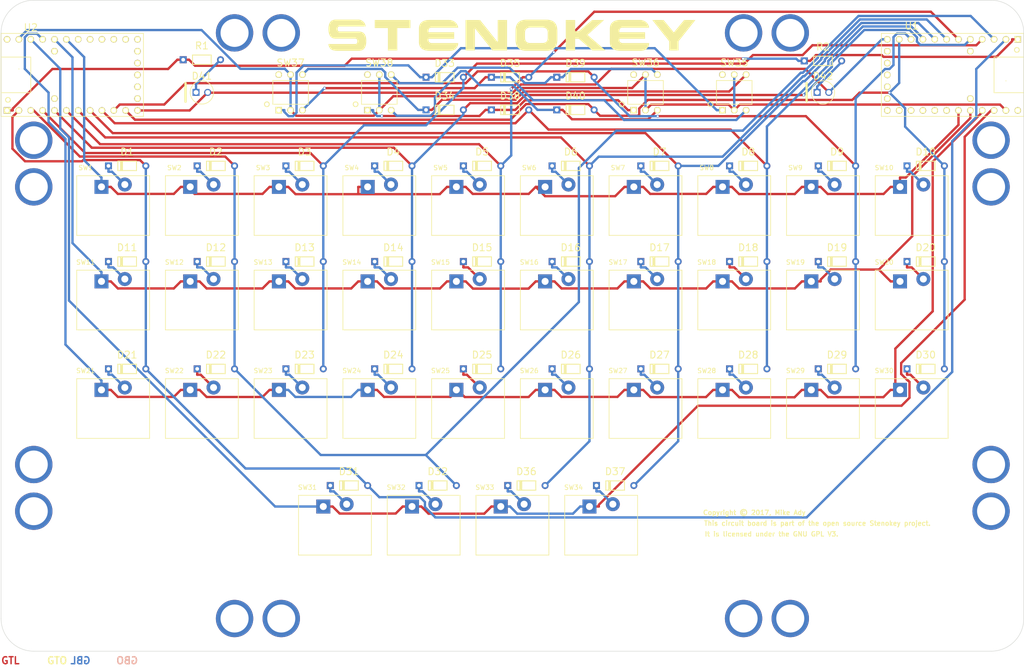
<source format=kicad_pcb>
(kicad_pcb (version 4) (host pcbnew 4.0.7)
  (title_block (date 2017-09-18) (rev 1.0) (comment 1 "Copyright © 2017, Mike Ady") (comment 2 "The Stenokey circuit board is open source.  It is licensed under the GNU GPL V3.0.") (comment 3 "The Stenokey circuit board is based on the Stenoboard by Emanuele Caruso."))
  (layers (0 F.Cu signal) (31 B.Cu signal) (34 B.Paste user) (35 F.Paste user) (36 B.SilkS user) (37 F.SilkS user) (38 B.Mask user) (39 F.Mask user) (44 Edge.Cuts user))
  (net 0 "")
  (net 1 "Net-(D1-Pad1)")
  (net 2 /COL0)
  (net 3 "Net-(D2-Pad1)")
  (net 4 /COL1)
  (net 5 "Net-(D3-Pad1)")
  (net 6 /COL2)
  (net 7 "Net-(D4-Pad1)")
  (net 8 /COL3)
  (net 9 "Net-(D5-Pad1)")
  (net 10 /COL4)
  (net 11 "Net-(D6-Pad1)")
  (net 12 /COL5)
  (net 13 "Net-(D7-Pad1)")
  (net 14 /COL6)
  (net 15 "Net-(D8-Pad1)")
  (net 16 /COL7)
  (net 17 "Net-(D9-Pad1)")
  (net 18 /COL8)
  (net 19 "Net-(D10-Pad1)")
  (net 20 /COL9)
  (net 21 "Net-(D11-Pad1)")
  (net 22 "Net-(D12-Pad1)")
  (net 23 "Net-(D13-Pad1)")
  (net 24 "Net-(D14-Pad1)")
  (net 25 "Net-(D15-Pad1)")
  (net 26 "Net-(D16-Pad1)")
  (net 27 "Net-(D17-Pad1)")
  (net 28 "Net-(D18-Pad1)")
  (net 29 "Net-(D19-Pad1)")
  (net 30 "Net-(D20-Pad1)")
  (net 31 "Net-(D21-Pad1)")
  (net 32 "Net-(D22-Pad1)")
  (net 33 "Net-(D23-Pad1)")
  (net 34 "Net-(D24-Pad1)")
  (net 35 "Net-(D25-Pad1)")
  (net 36 "Net-(D26-Pad1)")
  (net 37 "Net-(D27-Pad1)")
  (net 38 "Net-(D28-Pad1)")
  (net 39 "Net-(D29-Pad1)")
  (net 40 "Net-(D30-Pad1)")
  (net 41 "Net-(D31-Pad1)")
  (net 42 "Net-(D32-Pad1)")
  (net 43 "Net-(D33-Pad1)")
  (net 44 "Net-(D34-Pad1)")
  (net 45 "Net-(D35-Pad1)")
  (net 46 "Net-(D36-Pad1)")
  (net 47 "Net-(D37-Pad1)")
  (net 48 "Net-(D38-Pad1)")
  (net 49 "Net-(D39-Pad1)")
  (net 50 "Net-(D40-Pad1)")
  (net 51 /LED)
  (net 52 "Net-(D41-Pad1)")
  (net 53 /GND)
  (net 54 /ROW0)
  (net 55 /ROW1)
  (net 56 /ROW2)
  (net 57 /ROW3)
  (net 58 /ROW4)
  (net 59 "Net-(SW35-Pad6)")
  (net 60 "Net-(SW36-Pad6)")
  (net 61 "Net-(SW37-Pad6)")
  (net 62 "Net-(SW38-Pad6)")
  (net 63 "Net-(U1-Pad13)")
  (net 64 "Net-(U1-Pad14)")
  (net 65 "Net-(U1-Pad15)")
  (net 66 "Net-(U1-Pad16)")
  (net 67 "Net-(U1-Pad17)")
  (net 68 "Net-(U1-Pad21)")
  (net 69 "Net-(U1-Pad20)")
  (net 70 "Net-(U1-Pad18)")
  (net 71 "Net-(U1-Pad19)")
  (net 72 "Net-(U1-Pad22)")
  (net 73 "Net-(U1-Pad23)")
  (net 74 "Net-(U1-Pad29)")
  (net 75 "Net-(U1-Pad30)")
  (net 76 "Net-(U1-Pad31)")
  (net 77 "Net-(U2-Pad13)")
  (net 78 "Net-(U2-Pad14)")
  (net 79 "Net-(U2-Pad15)")
  (net 80 "Net-(U2-Pad16)")
  (net 81 "Net-(U2-Pad17)")
  (net 82 "Net-(U2-Pad21)")
  (net 83 "Net-(U2-Pad20)")
  (net 84 "Net-(U2-Pad18)")
  (net 85 "Net-(U2-Pad19)")
  (net 86 "Net-(U2-Pad22)")
  (net 87 "Net-(U2-Pad23)")
  (net 88 "Net-(U2-Pad29)")
  (net 89 "Net-(U2-Pad30)")
  (net 90 "Net-(U2-Pad31)")
  (net 91 "Net-(D42-Pad1)")
  (net 92 "Net-(Z1-Pad1)")
  (net 93 "Net-(Z2-Pad1)")
  (net 94 "Net-(Z3-Pad1)")
  (net 95 "Net-(Z4-Pad1)")
  (net 96 "Net-(Z5-Pad1)")
  (net 97 "Net-(Z6-Pad1)")
  (net 98 "Net-(Z7-Pad1)")
  (net 99 "Net-(Z8-Pad1)")
  (net 100 "Net-(Z9-Pad1)")
  (net 101 "Net-(Z10-Pad1)")
  (net 102 "Net-(Z11-Pad1)")
  (net 103 "Net-(Z12-Pad1)")
  (net 104 "Net-(Z13-Pad1)")
  (net 105 "Net-(Z14-Pad1)")
  (net 106 "Net-(Z15-Pad1)")
  (net 107 "Net-(Z16-Pad1)")
  (module Stenokey:D4x2 (layer F.Cu) (at 137 96)
    (fp_text reference D1 (at 0 -3) (layer F.SilkS) (effects (font (size 1.5 1.5) (thickness 0.2))))
    (fp_text value DIODE hide)
    (pad 1 thru_hole rect (at -4 0) (size 1.5 1.5) (drill 0.8) (layers *.Cu *.Mask) (net 1 "Net-(D1-Pad1)"))
    (pad 2 thru_hole circle (at 4 0) (size 1.5 1.5) (drill 0.8) (layers *.Cu *.Mask) (net 2 /COL0))
  )
  (module Stenokey:D4x2 (layer F.Cu) (at 156 96)
    (fp_text reference D2 (at 0 -3) (layer F.SilkS) (effects (font (size 1.5 1.5) (thickness 0.2))))
    (fp_text value DIODE hide)
    (pad 1 thru_hole rect (at -4 0) (size 1.5 1.5) (drill 0.8) (layers *.Cu *.Mask) (net 3 "Net-(D2-Pad1)"))
    (pad 2 thru_hole circle (at 4 0) (size 1.5 1.5) (drill 0.8) (layers *.Cu *.Mask) (net 4 /COL1))
  )
  (module Stenokey:D4x2 (layer F.Cu) (at 175 96)
    (fp_text reference D3 (at 0 -3) (layer F.SilkS) (effects (font (size 1.5 1.5) (thickness 0.2))))
    (fp_text value DIODE hide)
    (pad 1 thru_hole rect (at -4 0) (size 1.5 1.5) (drill 0.8) (layers *.Cu *.Mask) (net 5 "Net-(D3-Pad1)"))
    (pad 2 thru_hole circle (at 4 0) (size 1.5 1.5) (drill 0.8) (layers *.Cu *.Mask) (net 6 /COL2))
  )
  (module Stenokey:D4x2 (layer F.Cu) (at 194 96)
    (fp_text reference D4 (at 0 -3) (layer F.SilkS) (effects (font (size 1.5 1.5) (thickness 0.2))))
    (fp_text value DIODE hide)
    (pad 1 thru_hole rect (at -4 0) (size 1.5 1.5) (drill 0.8) (layers *.Cu *.Mask) (net 7 "Net-(D4-Pad1)"))
    (pad 2 thru_hole circle (at 4 0) (size 1.5 1.5) (drill 0.8) (layers *.Cu *.Mask) (net 8 /COL3))
  )
  (module Stenokey:D4x2 (layer F.Cu) (at 213 96)
    (fp_text reference D5 (at 0 -3) (layer F.SilkS) (effects (font (size 1.5 1.5) (thickness 0.2))))
    (fp_text value DIODE hide)
    (pad 1 thru_hole rect (at -4 0) (size 1.5 1.5) (drill 0.8) (layers *.Cu *.Mask) (net 9 "Net-(D5-Pad1)"))
    (pad 2 thru_hole circle (at 4 0) (size 1.5 1.5) (drill 0.8) (layers *.Cu *.Mask) (net 10 /COL4))
  )
  (module Stenokey:D4x2 (layer F.Cu) (at 232 96)
    (fp_text reference D6 (at 0 -3) (layer F.SilkS) (effects (font (size 1.5 1.5) (thickness 0.2))))
    (fp_text value DIODE hide)
    (pad 1 thru_hole rect (at -4 0) (size 1.5 1.5) (drill 0.8) (layers *.Cu *.Mask) (net 11 "Net-(D6-Pad1)"))
    (pad 2 thru_hole circle (at 4 0) (size 1.5 1.5) (drill 0.8) (layers *.Cu *.Mask) (net 12 /COL5))
  )
  (module Stenokey:D4x2 (layer F.Cu) (at 251 96)
    (fp_text reference D7 (at 0 -3) (layer F.SilkS) (effects (font (size 1.5 1.5) (thickness 0.2))))
    (fp_text value DIODE hide)
    (pad 1 thru_hole rect (at -4 0) (size 1.5 1.5) (drill 0.8) (layers *.Cu *.Mask) (net 13 "Net-(D7-Pad1)"))
    (pad 2 thru_hole circle (at 4 0) (size 1.5 1.5) (drill 0.8) (layers *.Cu *.Mask) (net 14 /COL6))
  )
  (module Stenokey:D4x2 (layer F.Cu) (at 270 96)
    (fp_text reference D8 (at 0 -3) (layer F.SilkS) (effects (font (size 1.5 1.5) (thickness 0.2))))
    (fp_text value DIODE hide)
    (pad 1 thru_hole rect (at -4 0) (size 1.5 1.5) (drill 0.8) (layers *.Cu *.Mask) (net 15 "Net-(D8-Pad1)"))
    (pad 2 thru_hole circle (at 4 0) (size 1.5 1.5) (drill 0.8) (layers *.Cu *.Mask) (net 16 /COL7))
  )
  (module Stenokey:D4x2 (layer F.Cu) (at 289 96)
    (fp_text reference D9 (at 0 -3) (layer F.SilkS) (effects (font (size 1.5 1.5) (thickness 0.2))))
    (fp_text value DIODE hide)
    (pad 1 thru_hole rect (at -4 0) (size 1.5 1.5) (drill 0.8) (layers *.Cu *.Mask) (net 17 "Net-(D9-Pad1)"))
    (pad 2 thru_hole circle (at 4 0) (size 1.5 1.5) (drill 0.8) (layers *.Cu *.Mask) (net 18 /COL8))
  )
  (module Stenokey:D4x2 (layer F.Cu) (at 308 96)
    (fp_text reference D10 (at 0 -3) (layer F.SilkS) (effects (font (size 1.5 1.5) (thickness 0.2))))
    (fp_text value DIODE hide)
    (pad 1 thru_hole rect (at -4 0) (size 1.5 1.5) (drill 0.8) (layers *.Cu *.Mask) (net 19 "Net-(D10-Pad1)"))
    (pad 2 thru_hole circle (at 4 0) (size 1.5 1.5) (drill 0.8) (layers *.Cu *.Mask) (net 20 /COL9))
  )
  (module Stenokey:D4x2 (layer F.Cu) (at 137 116.5)
    (fp_text reference D11 (at 0 -3) (layer F.SilkS) (effects (font (size 1.5 1.5) (thickness 0.2))))
    (fp_text value DIODE hide)
    (pad 1 thru_hole rect (at -4 0) (size 1.5 1.5) (drill 0.8) (layers *.Cu *.Mask) (net 21 "Net-(D11-Pad1)"))
    (pad 2 thru_hole circle (at 4 0) (size 1.5 1.5) (drill 0.8) (layers *.Cu *.Mask) (net 2 /COL0))
  )
  (module Stenokey:D4x2 (layer F.Cu) (at 156 116.5)
    (fp_text reference D12 (at 0 -3) (layer F.SilkS) (effects (font (size 1.5 1.5) (thickness 0.2))))
    (fp_text value DIODE hide)
    (pad 1 thru_hole rect (at -4 0) (size 1.5 1.5) (drill 0.8) (layers *.Cu *.Mask) (net 22 "Net-(D12-Pad1)"))
    (pad 2 thru_hole circle (at 4 0) (size 1.5 1.5) (drill 0.8) (layers *.Cu *.Mask) (net 4 /COL1))
  )
  (module Stenokey:D4x2 (layer F.Cu) (at 175 116.5)
    (fp_text reference D13 (at 0 -3) (layer F.SilkS) (effects (font (size 1.5 1.5) (thickness 0.2))))
    (fp_text value DIODE hide)
    (pad 1 thru_hole rect (at -4 0) (size 1.5 1.5) (drill 0.8) (layers *.Cu *.Mask) (net 23 "Net-(D13-Pad1)"))
    (pad 2 thru_hole circle (at 4 0) (size 1.5 1.5) (drill 0.8) (layers *.Cu *.Mask) (net 6 /COL2))
  )
  (module Stenokey:D4x2 (layer F.Cu) (at 194 116.5)
    (fp_text reference D14 (at 0 -3) (layer F.SilkS) (effects (font (size 1.5 1.5) (thickness 0.2))))
    (fp_text value DIODE hide)
    (pad 1 thru_hole rect (at -4 0) (size 1.5 1.5) (drill 0.8) (layers *.Cu *.Mask) (net 24 "Net-(D14-Pad1)"))
    (pad 2 thru_hole circle (at 4 0) (size 1.5 1.5) (drill 0.8) (layers *.Cu *.Mask) (net 8 /COL3))
  )
  (module Stenokey:D4x2 (layer F.Cu) (at 213 116.5)
    (fp_text reference D15 (at 0 -3) (layer F.SilkS) (effects (font (size 1.5 1.5) (thickness 0.2))))
    (fp_text value DIODE hide)
    (pad 1 thru_hole rect (at -4 0) (size 1.5 1.5) (drill 0.8) (layers *.Cu *.Mask) (net 25 "Net-(D15-Pad1)"))
    (pad 2 thru_hole circle (at 4 0) (size 1.5 1.5) (drill 0.8) (layers *.Cu *.Mask) (net 10 /COL4))
  )
  (module Stenokey:D4x2 (layer F.Cu) (at 232 116.5)
    (fp_text reference D16 (at 0 -3) (layer F.SilkS) (effects (font (size 1.5 1.5) (thickness 0.2))))
    (fp_text value DIODE hide)
    (pad 1 thru_hole rect (at -4 0) (size 1.5 1.5) (drill 0.8) (layers *.Cu *.Mask) (net 26 "Net-(D16-Pad1)"))
    (pad 2 thru_hole circle (at 4 0) (size 1.5 1.5) (drill 0.8) (layers *.Cu *.Mask) (net 12 /COL5))
  )
  (module Stenokey:D4x2 (layer F.Cu) (at 251 116.5)
    (fp_text reference D17 (at 0 -3) (layer F.SilkS) (effects (font (size 1.5 1.5) (thickness 0.2))))
    (fp_text value DIODE hide)
    (pad 1 thru_hole rect (at -4 0) (size 1.5 1.5) (drill 0.8) (layers *.Cu *.Mask) (net 27 "Net-(D17-Pad1)"))
    (pad 2 thru_hole circle (at 4 0) (size 1.5 1.5) (drill 0.8) (layers *.Cu *.Mask) (net 14 /COL6))
  )
  (module Stenokey:D4x2 (layer F.Cu) (at 270 116.5)
    (fp_text reference D18 (at 0 -3) (layer F.SilkS) (effects (font (size 1.5 1.5) (thickness 0.2))))
    (fp_text value DIODE hide)
    (pad 1 thru_hole rect (at -4 0) (size 1.5 1.5) (drill 0.8) (layers *.Cu *.Mask) (net 28 "Net-(D18-Pad1)"))
    (pad 2 thru_hole circle (at 4 0) (size 1.5 1.5) (drill 0.8) (layers *.Cu *.Mask) (net 16 /COL7))
  )
  (module Stenokey:D4x2 (layer F.Cu) (at 289 116.5)
    (fp_text reference D19 (at 0 -3) (layer F.SilkS) (effects (font (size 1.5 1.5) (thickness 0.2))))
    (fp_text value DIODE hide)
    (pad 1 thru_hole rect (at -4 0) (size 1.5 1.5) (drill 0.8) (layers *.Cu *.Mask) (net 29 "Net-(D19-Pad1)"))
    (pad 2 thru_hole circle (at 4 0) (size 1.5 1.5) (drill 0.8) (layers *.Cu *.Mask) (net 18 /COL8))
  )
  (module Stenokey:D4x2 (layer F.Cu) (at 308 116.5)
    (fp_text reference D20 (at 0 -3) (layer F.SilkS) (effects (font (size 1.5 1.5) (thickness 0.2))))
    (fp_text value DIODE hide)
    (pad 1 thru_hole rect (at -4 0) (size 1.5 1.5) (drill 0.8) (layers *.Cu *.Mask) (net 30 "Net-(D20-Pad1)"))
    (pad 2 thru_hole circle (at 4 0) (size 1.5 1.5) (drill 0.8) (layers *.Cu *.Mask) (net 20 /COL9))
  )
  (module Stenokey:D4x2 (layer F.Cu) (at 137 139.5)
    (fp_text reference D21 (at 0 -3) (layer F.SilkS) (effects (font (size 1.5 1.5) (thickness 0.2))))
    (fp_text value DIODE hide)
    (pad 1 thru_hole rect (at -4 0) (size 1.5 1.5) (drill 0.8) (layers *.Cu *.Mask) (net 31 "Net-(D21-Pad1)"))
    (pad 2 thru_hole circle (at 4 0) (size 1.5 1.5) (drill 0.8) (layers *.Cu *.Mask) (net 2 /COL0))
  )
  (module Stenokey:D4x2 (layer F.Cu) (at 156 139.5)
    (fp_text reference D22 (at 0 -3) (layer F.SilkS) (effects (font (size 1.5 1.5) (thickness 0.2))))
    (fp_text value DIODE hide)
    (pad 1 thru_hole rect (at -4 0) (size 1.5 1.5) (drill 0.8) (layers *.Cu *.Mask) (net 32 "Net-(D22-Pad1)"))
    (pad 2 thru_hole circle (at 4 0) (size 1.5 1.5) (drill 0.8) (layers *.Cu *.Mask) (net 4 /COL1))
  )
  (module Stenokey:D4x2 (layer F.Cu) (at 175 139.5)
    (fp_text reference D23 (at 0 -3) (layer F.SilkS) (effects (font (size 1.5 1.5) (thickness 0.2))))
    (fp_text value DIODE hide)
    (pad 1 thru_hole rect (at -4 0) (size 1.5 1.5) (drill 0.8) (layers *.Cu *.Mask) (net 33 "Net-(D23-Pad1)"))
    (pad 2 thru_hole circle (at 4 0) (size 1.5 1.5) (drill 0.8) (layers *.Cu *.Mask) (net 6 /COL2))
  )
  (module Stenokey:D4x2 (layer F.Cu) (at 194 139.5)
    (fp_text reference D24 (at 0 -3) (layer F.SilkS) (effects (font (size 1.5 1.5) (thickness 0.2))))
    (fp_text value DIODE hide)
    (pad 1 thru_hole rect (at -4 0) (size 1.5 1.5) (drill 0.8) (layers *.Cu *.Mask) (net 34 "Net-(D24-Pad1)"))
    (pad 2 thru_hole circle (at 4 0) (size 1.5 1.5) (drill 0.8) (layers *.Cu *.Mask) (net 8 /COL3))
  )
  (module Stenokey:D4x2 (layer F.Cu) (at 213 139.5)
    (fp_text reference D25 (at 0 -3) (layer F.SilkS) (effects (font (size 1.5 1.5) (thickness 0.2))))
    (fp_text value DIODE hide)
    (pad 1 thru_hole rect (at -4 0) (size 1.5 1.5) (drill 0.8) (layers *.Cu *.Mask) (net 35 "Net-(D25-Pad1)"))
    (pad 2 thru_hole circle (at 4 0) (size 1.5 1.5) (drill 0.8) (layers *.Cu *.Mask) (net 10 /COL4))
  )
  (module Stenokey:D4x2 (layer F.Cu) (at 232 139.5)
    (fp_text reference D26 (at 0 -3) (layer F.SilkS) (effects (font (size 1.5 1.5) (thickness 0.2))))
    (fp_text value DIODE hide)
    (pad 1 thru_hole rect (at -4 0) (size 1.5 1.5) (drill 0.8) (layers *.Cu *.Mask) (net 36 "Net-(D26-Pad1)"))
    (pad 2 thru_hole circle (at 4 0) (size 1.5 1.5) (drill 0.8) (layers *.Cu *.Mask) (net 12 /COL5))
  )
  (module Stenokey:D4x2 (layer F.Cu) (at 251 139.5)
    (fp_text reference D27 (at 0 -3) (layer F.SilkS) (effects (font (size 1.5 1.5) (thickness 0.2))))
    (fp_text value DIODE hide)
    (pad 1 thru_hole rect (at -4 0) (size 1.5 1.5) (drill 0.8) (layers *.Cu *.Mask) (net 37 "Net-(D27-Pad1)"))
    (pad 2 thru_hole circle (at 4 0) (size 1.5 1.5) (drill 0.8) (layers *.Cu *.Mask) (net 14 /COL6))
  )
  (module Stenokey:D4x2 (layer F.Cu) (at 270 139.5)
    (fp_text reference D28 (at 0 -3) (layer F.SilkS) (effects (font (size 1.5 1.5) (thickness 0.2))))
    (fp_text value DIODE hide)
    (pad 1 thru_hole rect (at -4 0) (size 1.5 1.5) (drill 0.8) (layers *.Cu *.Mask) (net 38 "Net-(D28-Pad1)"))
    (pad 2 thru_hole circle (at 4 0) (size 1.5 1.5) (drill 0.8) (layers *.Cu *.Mask) (net 16 /COL7))
  )
  (module Stenokey:D4x2 (layer F.Cu) (at 289 139.5)
    (fp_text reference D29 (at 0 -3) (layer F.SilkS) (effects (font (size 1.5 1.5) (thickness 0.2))))
    (fp_text value DIODE hide)
    (pad 1 thru_hole rect (at -4 0) (size 1.5 1.5) (drill 0.8) (layers *.Cu *.Mask) (net 39 "Net-(D29-Pad1)"))
    (pad 2 thru_hole circle (at 4 0) (size 1.5 1.5) (drill 0.8) (layers *.Cu *.Mask) (net 18 /COL8))
  )
  (module Stenokey:D4x2 (layer F.Cu) (at 308 139.5)
    (fp_text reference D30 (at 0 -3) (layer F.SilkS) (effects (font (size 1.5 1.5) (thickness 0.2))))
    (fp_text value DIODE hide)
    (pad 1 thru_hole rect (at -4 0) (size 1.5 1.5) (drill 0.8) (layers *.Cu *.Mask) (net 40 "Net-(D30-Pad1)"))
    (pad 2 thru_hole circle (at 4 0) (size 1.5 1.5) (drill 0.8) (layers *.Cu *.Mask) (net 20 /COL9))
  )
  (module Stenokey:D4x2 (layer F.Cu) (at 184.5 164.5)
    (fp_text reference D31 (at 0 -3) (layer F.SilkS) (effects (font (size 1.5 1.5) (thickness 0.2))))
    (fp_text value DIODE hide)
    (pad 1 thru_hole rect (at -4 0) (size 1.5 1.5) (drill 0.8) (layers *.Cu *.Mask) (net 41 "Net-(D31-Pad1)"))
    (pad 2 thru_hole circle (at 4 0) (size 1.5 1.5) (drill 0.8) (layers *.Cu *.Mask) (net 2 /COL0))
  )
  (module Stenokey:D4x2 (layer F.Cu) (at 203.5 164.5)
    (fp_text reference D32 (at 0 -3) (layer F.SilkS) (effects (font (size 1.5 1.5) (thickness 0.2))))
    (fp_text value DIODE hide)
    (pad 1 thru_hole rect (at -4 0) (size 1.5 1.5) (drill 0.8) (layers *.Cu *.Mask) (net 42 "Net-(D32-Pad1)"))
    (pad 2 thru_hole circle (at 4 0) (size 1.5 1.5) (drill 0.8) (layers *.Cu *.Mask) (net 4 /COL1))
  )
  (module Stenokey:D4x2 (layer F.Cu) (at 205 77)
    (fp_text reference D33 (at 0 -3) (layer F.SilkS) (effects (font (size 1.5 1.5) (thickness 0.2))))
    (fp_text value DIODE hide)
    (pad 1 thru_hole rect (at -4 0) (size 1.5 1.5) (drill 0.8) (layers *.Cu *.Mask) (net 43 "Net-(D33-Pad1)"))
    (pad 2 thru_hole circle (at 4 0) (size 1.5 1.5) (drill 0.8) (layers *.Cu *.Mask) (net 6 /COL2))
  )
  (module Stenokey:D4x2 (layer F.Cu) (at 205 84)
    (fp_text reference D34 (at 0 -3) (layer F.SilkS) (effects (font (size 1.5 1.5) (thickness 0.2))))
    (fp_text value DIODE hide)
    (pad 1 thru_hole rect (at -4 0) (size 1.5 1.5) (drill 0.8) (layers *.Cu *.Mask) (net 44 "Net-(D34-Pad1)"))
    (pad 2 thru_hole circle (at 4 0) (size 1.5 1.5) (drill 0.8) (layers *.Cu *.Mask) (net 8 /COL3))
  )
  (module Stenokey:D4x2 (layer F.Cu) (at 219 77)
    (fp_text reference D35 (at 0 -3) (layer F.SilkS) (effects (font (size 1.5 1.5) (thickness 0.2))))
    (fp_text value DIODE hide)
    (pad 1 thru_hole rect (at -4 0) (size 1.5 1.5) (drill 0.8) (layers *.Cu *.Mask) (net 45 "Net-(D35-Pad1)"))
    (pad 2 thru_hole circle (at 4 0) (size 1.5 1.5) (drill 0.8) (layers *.Cu *.Mask) (net 10 /COL4))
  )
  (module Stenokey:D4x2 (layer F.Cu) (at 222.5 164.5)
    (fp_text reference D36 (at 0 -3) (layer F.SilkS) (effects (font (size 1.5 1.5) (thickness 0.2))))
    (fp_text value DIODE hide)
    (pad 1 thru_hole rect (at -4 0) (size 1.5 1.5) (drill 0.8) (layers *.Cu *.Mask) (net 46 "Net-(D36-Pad1)"))
    (pad 2 thru_hole circle (at 4 0) (size 1.5 1.5) (drill 0.8) (layers *.Cu *.Mask) (net 12 /COL5))
  )
  (module Stenokey:D4x2 (layer F.Cu) (at 241.5 164.5)
    (fp_text reference D37 (at 0 -3) (layer F.SilkS) (effects (font (size 1.5 1.5) (thickness 0.2))))
    (fp_text value DIODE hide)
    (pad 1 thru_hole rect (at -4 0) (size 1.5 1.5) (drill 0.8) (layers *.Cu *.Mask) (net 47 "Net-(D37-Pad1)"))
    (pad 2 thru_hole circle (at 4 0) (size 1.5 1.5) (drill 0.8) (layers *.Cu *.Mask) (net 14 /COL6))
  )
  (module Stenokey:D4x2 (layer F.Cu) (at 219 84)
    (fp_text reference D38 (at 0 -3) (layer F.SilkS) (effects (font (size 1.5 1.5) (thickness 0.2))))
    (fp_text value DIODE hide)
    (pad 1 thru_hole rect (at -4 0) (size 1.5 1.5) (drill 0.8) (layers *.Cu *.Mask) (net 48 "Net-(D38-Pad1)"))
    (pad 2 thru_hole circle (at 4 0) (size 1.5 1.5) (drill 0.8) (layers *.Cu *.Mask) (net 16 /COL7))
  )
  (module Stenokey:D4x2 (layer F.Cu) (at 233 77)
    (fp_text reference D39 (at 0 -3) (layer F.SilkS) (effects (font (size 1.5 1.5) (thickness 0.2))))
    (fp_text value DIODE hide)
    (pad 1 thru_hole rect (at -4 0) (size 1.5 1.5) (drill 0.8) (layers *.Cu *.Mask) (net 49 "Net-(D39-Pad1)"))
    (pad 2 thru_hole circle (at 4 0) (size 1.5 1.5) (drill 0.8) (layers *.Cu *.Mask) (net 18 /COL8))
  )
  (module Stenokey:D4x2 (layer F.Cu) (at 233 84)
    (fp_text reference D40 (at 0 -3) (layer F.SilkS) (effects (font (size 1.5 1.5) (thickness 0.2))))
    (fp_text value DIODE hide)
    (pad 1 thru_hole rect (at -4 0) (size 1.5 1.5) (drill 0.8) (layers *.Cu *.Mask) (net 50 "Net-(D40-Pad1)"))
    (pad 2 thru_hole circle (at 4 0) (size 1.5 1.5) (drill 0.8) (layers *.Cu *.Mask) (net 20 /COL9))
  )
  (module Stenokey:LED5X2.5 (layer F.Cu) (at 153 80.25)
    (fp_text reference D41 (at 0 -3.5) (layer F.SilkS) (effects (font (size 1.5 1.5) (thickness 0.2))))
    (fp_text value LED hide)
    (pad 2 thru_hole circle (at 1.25 0) (size 1.5 1.5) (drill 1) (layers *.Cu *.Mask) (net 51 /LED))
    (pad 1 thru_hole rect (at -1.25 0) (size 1.5 1.5) (drill 1) (layers *.Cu *.Mask) (net 52 "Net-(D41-Pad1)"))
  )
  (module Stenokey:R4x2 (layer F.Cu) (at 153 73.25)
    (fp_text reference R1 (at 0 -3) (layer F.SilkS) (effects (font (size 1.5 1.5) (thickness 0.2))))
    (fp_text value R hide)
    (pad 1 thru_hole rect (at -4 0) (size 1.5 1.5) (drill 0.8) (layers *.Cu *.Mask) (net 53 /GND))
    (pad 2 thru_hole circle (at 4 0) (size 1.5 1.5) (drill 0.8) (layers *.Cu *.Mask) (net 52 "Net-(D41-Pad1)"))
  )
  (module Stenokey:SW_Matias_Quiet (layer F.Cu) (at 134 104.5)
    (fp_text reference SW1 (at -5.9 -8.1) (layer F.SilkS))
    (fp_text value KEY_R1C1)
    (pad 1 thru_hole rect (at -2.5 -4) (size 3 3) (drill 1.5) (layers *.Cu *.Mask) (net 54 /ROW0))
    (pad 2 thru_hole circle (at 2.5 -4.5) (size 3 3) (drill 1.5) (layers *.Cu *.Mask) (net 1 "Net-(D1-Pad1)"))
  )
  (module Stenokey:SW_Matias_Quiet (layer F.Cu) (at 153 104.5)
    (fp_text reference SW2 (at -5.9 -8.1) (layer F.SilkS))
    (fp_text value KEY_R1C2)
    (pad 1 thru_hole rect (at -2.5 -4) (size 3 3) (drill 1.5) (layers *.Cu *.Mask) (net 54 /ROW0))
    (pad 2 thru_hole circle (at 2.5 -4.5) (size 3 3) (drill 1.5) (layers *.Cu *.Mask) (net 3 "Net-(D2-Pad1)"))
  )
  (module Stenokey:SW_Matias_Quiet (layer F.Cu) (at 172 104.5)
    (fp_text reference SW3 (at -5.9 -8.1) (layer F.SilkS))
    (fp_text value KEY_R1C3)
    (pad 1 thru_hole rect (at -2.5 -4) (size 3 3) (drill 1.5) (layers *.Cu *.Mask) (net 54 /ROW0))
    (pad 2 thru_hole circle (at 2.5 -4.5) (size 3 3) (drill 1.5) (layers *.Cu *.Mask) (net 5 "Net-(D3-Pad1)"))
  )
  (module Stenokey:SW_Matias_Quiet (layer F.Cu) (at 191 104.5)
    (fp_text reference SW4 (at -5.9 -8.1) (layer F.SilkS))
    (fp_text value KEY_R1C4)
    (pad 1 thru_hole rect (at -2.5 -4) (size 3 3) (drill 1.5) (layers *.Cu *.Mask) (net 54 /ROW0))
    (pad 2 thru_hole circle (at 2.5 -4.5) (size 3 3) (drill 1.5) (layers *.Cu *.Mask) (net 7 "Net-(D4-Pad1)"))
  )
  (module Stenokey:SW_Matias_Quiet (layer F.Cu) (at 210 104.5)
    (fp_text reference SW5 (at -5.9 -8.1) (layer F.SilkS))
    (fp_text value KEY_R1C5)
    (pad 1 thru_hole rect (at -2.5 -4) (size 3 3) (drill 1.5) (layers *.Cu *.Mask) (net 54 /ROW0))
    (pad 2 thru_hole circle (at 2.5 -4.5) (size 3 3) (drill 1.5) (layers *.Cu *.Mask) (net 9 "Net-(D5-Pad1)"))
  )
  (module Stenokey:SW_Matias_Quiet (layer F.Cu) (at 229 104.5)
    (fp_text reference SW6 (at -5.9 -8.1) (layer F.SilkS))
    (fp_text value KEY_R1C6)
    (pad 1 thru_hole rect (at -2.5 -4) (size 3 3) (drill 1.5) (layers *.Cu *.Mask) (net 54 /ROW0))
    (pad 2 thru_hole circle (at 2.5 -4.5) (size 3 3) (drill 1.5) (layers *.Cu *.Mask) (net 11 "Net-(D6-Pad1)"))
  )
  (module Stenokey:SW_Matias_Quiet (layer F.Cu) (at 248 104.5)
    (fp_text reference SW7 (at -5.9 -8.1) (layer F.SilkS))
    (fp_text value KEY_R1C7)
    (pad 1 thru_hole rect (at -2.5 -4) (size 3 3) (drill 1.5) (layers *.Cu *.Mask) (net 54 /ROW0))
    (pad 2 thru_hole circle (at 2.5 -4.5) (size 3 3) (drill 1.5) (layers *.Cu *.Mask) (net 13 "Net-(D7-Pad1)"))
  )
  (module Stenokey:SW_Matias_Quiet (layer F.Cu) (at 267 104.5)
    (fp_text reference SW8 (at -5.9 -8.1) (layer F.SilkS))
    (fp_text value KEY_R1C8)
    (pad 1 thru_hole rect (at -2.5 -4) (size 3 3) (drill 1.5) (layers *.Cu *.Mask) (net 54 /ROW0))
    (pad 2 thru_hole circle (at 2.5 -4.5) (size 3 3) (drill 1.5) (layers *.Cu *.Mask) (net 15 "Net-(D8-Pad1)"))
  )
  (module Stenokey:SW_Matias_Quiet (layer F.Cu) (at 286 104.5)
    (fp_text reference SW9 (at -5.9 -8.1) (layer F.SilkS))
    (fp_text value KEY_R1C9)
    (pad 1 thru_hole rect (at -2.5 -4) (size 3 3) (drill 1.5) (layers *.Cu *.Mask) (net 54 /ROW0))
    (pad 2 thru_hole circle (at 2.5 -4.5) (size 3 3) (drill 1.5) (layers *.Cu *.Mask) (net 17 "Net-(D9-Pad1)"))
  )
  (module Stenokey:SW_Matias_Quiet (layer F.Cu) (at 305 104.5)
    (fp_text reference SW10 (at -5.9 -8.1) (layer F.SilkS))
    (fp_text value KEY_R1C10)
    (pad 1 thru_hole rect (at -2.5 -4) (size 3 3) (drill 1.5) (layers *.Cu *.Mask) (net 54 /ROW0))
    (pad 2 thru_hole circle (at 2.5 -4.5) (size 3 3) (drill 1.5) (layers *.Cu *.Mask) (net 19 "Net-(D10-Pad1)"))
  )
  (module Stenokey:SW_Matias_Quiet (layer F.Cu) (at 134 124.75)
    (fp_text reference SW11 (at -5.9 -8.1) (layer F.SilkS))
    (fp_text value KEY_R2C1)
    (pad 1 thru_hole rect (at -2.5 -4) (size 3 3) (drill 1.5) (layers *.Cu *.Mask) (net 55 /ROW1))
    (pad 2 thru_hole circle (at 2.5 -4.5) (size 3 3) (drill 1.5) (layers *.Cu *.Mask) (net 21 "Net-(D11-Pad1)"))
  )
  (module Stenokey:SW_Matias_Quiet (layer F.Cu) (at 153 124.75)
    (fp_text reference SW12 (at -5.9 -8.1) (layer F.SilkS))
    (fp_text value KEY_R2C2)
    (pad 1 thru_hole rect (at -2.5 -4) (size 3 3) (drill 1.5) (layers *.Cu *.Mask) (net 55 /ROW1))
    (pad 2 thru_hole circle (at 2.5 -4.5) (size 3 3) (drill 1.5) (layers *.Cu *.Mask) (net 22 "Net-(D12-Pad1)"))
  )
  (module Stenokey:SW_Matias_Quiet (layer F.Cu) (at 172 124.75)
    (fp_text reference SW13 (at -5.9 -8.1) (layer F.SilkS))
    (fp_text value KEY_R2C3)
    (pad 1 thru_hole rect (at -2.5 -4) (size 3 3) (drill 1.5) (layers *.Cu *.Mask) (net 55 /ROW1))
    (pad 2 thru_hole circle (at 2.5 -4.5) (size 3 3) (drill 1.5) (layers *.Cu *.Mask) (net 23 "Net-(D13-Pad1)"))
  )
  (module Stenokey:SW_Matias_Quiet (layer F.Cu) (at 191 124.75)
    (fp_text reference SW14 (at -5.9 -8.1) (layer F.SilkS))
    (fp_text value KEY_R2C4)
    (pad 1 thru_hole rect (at -2.5 -4) (size 3 3) (drill 1.5) (layers *.Cu *.Mask) (net 55 /ROW1))
    (pad 2 thru_hole circle (at 2.5 -4.5) (size 3 3) (drill 1.5) (layers *.Cu *.Mask) (net 24 "Net-(D14-Pad1)"))
  )
  (module Stenokey:SW_Matias_Quiet (layer F.Cu) (at 210 124.75)
    (fp_text reference SW15 (at -5.9 -8.1) (layer F.SilkS))
    (fp_text value KEY_R2C5)
    (pad 1 thru_hole rect (at -2.5 -4) (size 3 3) (drill 1.5) (layers *.Cu *.Mask) (net 55 /ROW1))
    (pad 2 thru_hole circle (at 2.5 -4.5) (size 3 3) (drill 1.5) (layers *.Cu *.Mask) (net 25 "Net-(D15-Pad1)"))
  )
  (module Stenokey:SW_Matias_Quiet (layer F.Cu) (at 229 124.75)
    (fp_text reference SW16 (at -5.9 -8.1) (layer F.SilkS))
    (fp_text value KEY_R2C6)
    (pad 1 thru_hole rect (at -2.5 -4) (size 3 3) (drill 1.5) (layers *.Cu *.Mask) (net 55 /ROW1))
    (pad 2 thru_hole circle (at 2.5 -4.5) (size 3 3) (drill 1.5) (layers *.Cu *.Mask) (net 26 "Net-(D16-Pad1)"))
  )
  (module Stenokey:SW_Matias_Quiet (layer F.Cu) (at 248 124.75)
    (fp_text reference SW17 (at -5.9 -8.1) (layer F.SilkS))
    (fp_text value KEY_R2C7)
    (pad 1 thru_hole rect (at -2.5 -4) (size 3 3) (drill 1.5) (layers *.Cu *.Mask) (net 55 /ROW1))
    (pad 2 thru_hole circle (at 2.5 -4.5) (size 3 3) (drill 1.5) (layers *.Cu *.Mask) (net 27 "Net-(D17-Pad1)"))
  )
  (module Stenokey:SW_Matias_Quiet (layer F.Cu) (at 267 124.75)
    (fp_text reference SW18 (at -5.9 -8.1) (layer F.SilkS))
    (fp_text value KEY_R2C8)
    (pad 1 thru_hole rect (at -2.5 -4) (size 3 3) (drill 1.5) (layers *.Cu *.Mask) (net 55 /ROW1))
    (pad 2 thru_hole circle (at 2.5 -4.5) (size 3 3) (drill 1.5) (layers *.Cu *.Mask) (net 28 "Net-(D18-Pad1)"))
  )
  (module Stenokey:SW_Matias_Quiet (layer F.Cu) (at 286 124.75)
    (fp_text reference SW19 (at -5.9 -8.1) (layer F.SilkS))
    (fp_text value KEY_R2C9)
    (pad 1 thru_hole rect (at -2.5 -4) (size 3 3) (drill 1.5) (layers *.Cu *.Mask) (net 55 /ROW1))
    (pad 2 thru_hole circle (at 2.5 -4.5) (size 3 3) (drill 1.5) (layers *.Cu *.Mask) (net 29 "Net-(D19-Pad1)"))
  )
  (module Stenokey:SW_Matias_Quiet (layer F.Cu) (at 305 124.75)
    (fp_text reference SW20 (at -5.9 -8.1) (layer F.SilkS))
    (fp_text value KEY_R2C10)
    (pad 1 thru_hole rect (at -2.5 -4) (size 3 3) (drill 1.5) (layers *.Cu *.Mask) (net 55 /ROW1))
    (pad 2 thru_hole circle (at 2.5 -4.5) (size 3 3) (drill 1.5) (layers *.Cu *.Mask) (net 30 "Net-(D20-Pad1)"))
  )
  (module Stenokey:SW_Matias_Quiet (layer F.Cu) (at 134 148)
    (fp_text reference SW21 (at -5.9 -8.1) (layer F.SilkS))
    (fp_text value KEY_R3C1)
    (pad 1 thru_hole rect (at -2.5 -4) (size 3 3) (drill 1.5) (layers *.Cu *.Mask) (net 56 /ROW2))
    (pad 2 thru_hole circle (at 2.5 -4.5) (size 3 3) (drill 1.5) (layers *.Cu *.Mask) (net 31 "Net-(D21-Pad1)"))
  )
  (module Stenokey:SW_Matias_Quiet (layer F.Cu) (at 153 148)
    (fp_text reference SW22 (at -5.9 -8.1) (layer F.SilkS))
    (fp_text value KEY_R3C2)
    (pad 1 thru_hole rect (at -2.5 -4) (size 3 3) (drill 1.5) (layers *.Cu *.Mask) (net 56 /ROW2))
    (pad 2 thru_hole circle (at 2.5 -4.5) (size 3 3) (drill 1.5) (layers *.Cu *.Mask) (net 32 "Net-(D22-Pad1)"))
  )
  (module Stenokey:SW_Matias_Quiet (layer F.Cu) (at 172 148)
    (fp_text reference SW23 (at -5.9 -8.1) (layer F.SilkS))
    (fp_text value KEY_R3C3)
    (pad 1 thru_hole rect (at -2.5 -4) (size 3 3) (drill 1.5) (layers *.Cu *.Mask) (net 56 /ROW2))
    (pad 2 thru_hole circle (at 2.5 -4.5) (size 3 3) (drill 1.5) (layers *.Cu *.Mask) (net 33 "Net-(D23-Pad1)"))
  )
  (module Stenokey:SW_Matias_Quiet (layer F.Cu) (at 191 148)
    (fp_text reference SW24 (at -5.9 -8.1) (layer F.SilkS))
    (fp_text value KEY_R3C4)
    (pad 1 thru_hole rect (at -2.5 -4) (size 3 3) (drill 1.5) (layers *.Cu *.Mask) (net 56 /ROW2))
    (pad 2 thru_hole circle (at 2.5 -4.5) (size 3 3) (drill 1.5) (layers *.Cu *.Mask) (net 34 "Net-(D24-Pad1)"))
  )
  (module Stenokey:SW_Matias_Quiet (layer F.Cu) (at 210 148)
    (fp_text reference SW25 (at -5.9 -8.1) (layer F.SilkS))
    (fp_text value KEY_R3C5)
    (pad 1 thru_hole rect (at -2.5 -4) (size 3 3) (drill 1.5) (layers *.Cu *.Mask) (net 56 /ROW2))
    (pad 2 thru_hole circle (at 2.5 -4.5) (size 3 3) (drill 1.5) (layers *.Cu *.Mask) (net 35 "Net-(D25-Pad1)"))
  )
  (module Stenokey:SW_Matias_Quiet (layer F.Cu) (at 229 148)
    (fp_text reference SW26 (at -5.9 -8.1) (layer F.SilkS))
    (fp_text value KEY_R3C6)
    (pad 1 thru_hole rect (at -2.5 -4) (size 3 3) (drill 1.5) (layers *.Cu *.Mask) (net 56 /ROW2))
    (pad 2 thru_hole circle (at 2.5 -4.5) (size 3 3) (drill 1.5) (layers *.Cu *.Mask) (net 36 "Net-(D26-Pad1)"))
  )
  (module Stenokey:SW_Matias_Quiet (layer F.Cu) (at 248 148)
    (fp_text reference SW27 (at -5.9 -8.1) (layer F.SilkS))
    (fp_text value KEY_R3C7)
    (pad 1 thru_hole rect (at -2.5 -4) (size 3 3) (drill 1.5) (layers *.Cu *.Mask) (net 56 /ROW2))
    (pad 2 thru_hole circle (at 2.5 -4.5) (size 3 3) (drill 1.5) (layers *.Cu *.Mask) (net 37 "Net-(D27-Pad1)"))
  )
  (module Stenokey:SW_Matias_Quiet (layer F.Cu) (at 267 148)
    (fp_text reference SW28 (at -5.9 -8.1) (layer F.SilkS))
    (fp_text value KEY_R3C8)
    (pad 1 thru_hole rect (at -2.5 -4) (size 3 3) (drill 1.5) (layers *.Cu *.Mask) (net 56 /ROW2))
    (pad 2 thru_hole circle (at 2.5 -4.5) (size 3 3) (drill 1.5) (layers *.Cu *.Mask) (net 38 "Net-(D28-Pad1)"))
  )
  (module Stenokey:SW_Matias_Quiet (layer F.Cu) (at 286 148)
    (fp_text reference SW29 (at -5.9 -8.1) (layer F.SilkS))
    (fp_text value KEY_R3C9)
    (pad 1 thru_hole rect (at -2.5 -4) (size 3 3) (drill 1.5) (layers *.Cu *.Mask) (net 56 /ROW2))
    (pad 2 thru_hole circle (at 2.5 -4.5) (size 3 3) (drill 1.5) (layers *.Cu *.Mask) (net 39 "Net-(D29-Pad1)"))
  )
  (module Stenokey:SW_Matias_Quiet (layer F.Cu) (at 305 148)
    (fp_text reference SW30 (at -5.9 -8.1) (layer F.SilkS))
    (fp_text value KEY_R3C10)
    (pad 1 thru_hole rect (at -2.5 -4) (size 3 3) (drill 1.5) (layers *.Cu *.Mask) (net 56 /ROW2))
    (pad 2 thru_hole circle (at 2.5 -4.5) (size 3 3) (drill 1.5) (layers *.Cu *.Mask) (net 40 "Net-(D30-Pad1)"))
  )
  (module Stenokey:SW_Matias_Quiet (layer F.Cu) (at 181.5 173)
    (fp_text reference SW31 (at -5.9 -8.1) (layer F.SilkS))
    (fp_text value KEY_R4C1)
    (pad 1 thru_hole rect (at -2.5 -4) (size 3 3) (drill 1.5) (layers *.Cu *.Mask) (net 57 /ROW3))
    (pad 2 thru_hole circle (at 2.5 -4.5) (size 3 3) (drill 1.5) (layers *.Cu *.Mask) (net 41 "Net-(D31-Pad1)"))
  )
  (module Stenokey:SW_Matias_Quiet (layer F.Cu) (at 200.5 173)
    (fp_text reference SW32 (at -5.9 -8.1) (layer F.SilkS))
    (fp_text value KEY_R4C2)
    (pad 1 thru_hole rect (at -2.5 -4) (size 3 3) (drill 1.5) (layers *.Cu *.Mask) (net 57 /ROW3))
    (pad 2 thru_hole circle (at 2.5 -4.5) (size 3 3) (drill 1.5) (layers *.Cu *.Mask) (net 42 "Net-(D32-Pad1)"))
  )
  (module Stenokey:SW_Matias_Quiet (layer F.Cu) (at 219.5 173)
    (fp_text reference SW33 (at -5.9 -8.1) (layer F.SilkS))
    (fp_text value KEY_R4C6)
    (pad 1 thru_hole rect (at -2.5 -4) (size 3 3) (drill 1.5) (layers *.Cu *.Mask) (net 57 /ROW3))
    (pad 2 thru_hole circle (at 2.5 -4.5) (size 3 3) (drill 1.5) (layers *.Cu *.Mask) (net 46 "Net-(D36-Pad1)"))
  )
  (module Stenokey:SW_Matias_Quiet (layer F.Cu) (at 238.5 173)
    (fp_text reference SW34 (at -5.9 -8.1) (layer F.SilkS))
    (fp_text value KEY_R4C7)
    (pad 1 thru_hole rect (at -2.5 -4) (size 3 3) (drill 1.5) (layers *.Cu *.Mask) (net 57 /ROW3))
    (pad 2 thru_hole circle (at 2.5 -4.5) (size 3 3) (drill 1.5) (layers *.Cu *.Mask) (net 47 "Net-(D37-Pad1)"))
  )
  (module Stenokey:DIP6 (layer F.Cu) (at 267 80.25)
    (fp_text reference SW35 (at 0 -6.35) (layer F.SilkS) (effects (font (size 1.5 1.5) (thickness 0.2))))
    (fp_text value SW_ENCODED hide)
    (pad 1 thru_hole rect (at -2.54 3.81) (size 1.4 1.4) (drill 0.9) (layers *.Cu *.Mask F.SilkS) (net 43 "Net-(D33-Pad1)"))
    (pad 2 thru_hole circle (at 0 3.81) (size 1.4 1.4) (drill 0.9) (layers *.Cu *.Mask F.SilkS) (net 58 /ROW4))
    (pad 3 thru_hole circle (at 2.54 3.81) (size 1.4 1.4) (drill 0.9) (layers *.Cu *.Mask F.SilkS) (net 45 "Net-(D35-Pad1)"))
    (pad 4 thru_hole circle (at 2.54 -3.81) (size 1.4 1.4) (drill 0.9) (layers *.Cu *.Mask F.SilkS) (net 44 "Net-(D34-Pad1)"))
    (pad 5 thru_hole circle (at 0 -3.81) (size 1.4 1.4) (drill 0.9) (layers *.Cu *.Mask F.SilkS) (net 58 /ROW4))
    (pad 6 thru_hole circle (at -2.54 -3.81) (size 1.4 1.4) (drill 0.9) (layers *.Cu *.Mask F.SilkS) (net 59 "Net-(SW35-Pad6)"))
  )
  (module Stenokey:DIP6 (layer F.Cu) (at 248 80.25)
    (fp_text reference SW36 (at 0 -6.35) (layer F.SilkS) (effects (font (size 1.5 1.5) (thickness 0.2))))
    (fp_text value SW_ENCODED hide)
    (pad 1 thru_hole rect (at -2.54 3.81) (size 1.4 1.4) (drill 0.9) (layers *.Cu *.Mask F.SilkS) (net 48 "Net-(D38-Pad1)"))
    (pad 2 thru_hole circle (at 0 3.81) (size 1.4 1.4) (drill 0.9) (layers *.Cu *.Mask F.SilkS) (net 58 /ROW4))
    (pad 3 thru_hole circle (at 2.54 3.81) (size 1.4 1.4) (drill 0.9) (layers *.Cu *.Mask F.SilkS) (net 50 "Net-(D40-Pad1)"))
    (pad 4 thru_hole circle (at 2.54 -3.81) (size 1.4 1.4) (drill 0.9) (layers *.Cu *.Mask F.SilkS) (net 49 "Net-(D39-Pad1)"))
    (pad 5 thru_hole circle (at 0 -3.81) (size 1.4 1.4) (drill 0.9) (layers *.Cu *.Mask F.SilkS) (net 58 /ROW4))
    (pad 6 thru_hole circle (at -2.54 -3.81) (size 1.4 1.4) (drill 0.9) (layers *.Cu *.Mask F.SilkS) (net 60 "Net-(SW36-Pad6)"))
  )
  (module Stenokey:DIP6 (layer F.Cu) (at 172 80.25)
    (fp_text reference SW37 (at 0 -6.35) (layer F.SilkS) (effects (font (size 1.5 1.5) (thickness 0.2))))
    (fp_text value SW_ENCODED hide)
    (pad 1 thru_hole rect (at -2.54 3.81) (size 1.4 1.4) (drill 0.9) (layers *.Cu *.Mask F.SilkS) (net 43 "Net-(D33-Pad1)"))
    (pad 2 thru_hole circle (at 0 3.81) (size 1.4 1.4) (drill 0.9) (layers *.Cu *.Mask F.SilkS) (net 58 /ROW4))
    (pad 3 thru_hole circle (at 2.54 3.81) (size 1.4 1.4) (drill 0.9) (layers *.Cu *.Mask F.SilkS) (net 45 "Net-(D35-Pad1)"))
    (pad 4 thru_hole circle (at 2.54 -3.81) (size 1.4 1.4) (drill 0.9) (layers *.Cu *.Mask F.SilkS) (net 44 "Net-(D34-Pad1)"))
    (pad 5 thru_hole circle (at 0 -3.81) (size 1.4 1.4) (drill 0.9) (layers *.Cu *.Mask F.SilkS) (net 58 /ROW4))
    (pad 6 thru_hole circle (at -2.54 -3.81) (size 1.4 1.4) (drill 0.9) (layers *.Cu *.Mask F.SilkS) (net 61 "Net-(SW37-Pad6)"))
  )
  (module Stenokey:DIP6 (layer F.Cu) (at 191 80.25)
    (fp_text reference SW38 (at 0 -6.35) (layer F.SilkS) (effects (font (size 1.5 1.5) (thickness 0.2))))
    (fp_text value SW_ENCODED hide)
    (pad 1 thru_hole rect (at -2.54 3.81) (size 1.4 1.4) (drill 0.9) (layers *.Cu *.Mask F.SilkS) (net 48 "Net-(D38-Pad1)"))
    (pad 2 thru_hole circle (at 0 3.81) (size 1.4 1.4) (drill 0.9) (layers *.Cu *.Mask F.SilkS) (net 58 /ROW4))
    (pad 3 thru_hole circle (at 2.54 3.81) (size 1.4 1.4) (drill 0.9) (layers *.Cu *.Mask F.SilkS) (net 50 "Net-(D40-Pad1)"))
    (pad 4 thru_hole circle (at 2.54 -3.81) (size 1.4 1.4) (drill 0.9) (layers *.Cu *.Mask F.SilkS) (net 49 "Net-(D39-Pad1)"))
    (pad 5 thru_hole circle (at 0 -3.81) (size 1.4 1.4) (drill 0.9) (layers *.Cu *.Mask F.SilkS) (net 58 /ROW4))
    (pad 6 thru_hole circle (at -2.54 -3.81) (size 1.4 1.4) (drill 0.9) (layers *.Cu *.Mask F.SilkS) (net 62 "Net-(SW38-Pad6)"))
  )
  (module Stenokey:LED5X2.5 (layer F.Cu) (at 286 80.25)
    (fp_text reference D42 (at 0 -3.5) (layer F.SilkS) (effects (font (size 1.5 1.5) (thickness 0.2))))
    (fp_text value LED hide)
    (pad 2 thru_hole circle (at 1.25 0) (size 1.5 1.5) (drill 1) (layers *.Cu *.Mask) (net 51 /LED))
    (pad 1 thru_hole rect (at -1.25 0) (size 1.5 1.5) (drill 1) (layers *.Cu *.Mask) (net 91 "Net-(D42-Pad1)"))
  )
  (module Stenokey:R4x2 (layer F.Cu) (at 286 73.5)
    (fp_text reference R2 (at 0 -3) (layer F.SilkS) (effects (font (size 1.5 1.5) (thickness 0.2))))
    (fp_text value R hide)
    (pad 1 thru_hole rect (at -4 0) (size 1.5 1.5) (drill 0.8) (layers *.Cu *.Mask) (net 53 /GND))
    (pad 2 thru_hole circle (at 4 0) (size 1.5 1.5) (drill 0.8) (layers *.Cu *.Mask) (net 91 "Net-(D42-Pad1)"))
  )
  (module Stenokey:HOLE_600800 (layer F.Cu) (at 160 67.5)
    (fp_text reference Z1 hide)
    (fp_text value Hole hide)
    (pad 1 thru_hole circle (at 0 0) (size 8 8) (drill 6) (layers *.Cu *.Mask) (net 92 "Net-(Z1-Pad1)"))
  )
  (module Stenokey:HOLE_600800 (layer F.Cu) (at 170 67.5)
    (fp_text reference Z2 hide)
    (fp_text value Hole hide)
    (pad 1 thru_hole circle (at 0 0) (size 8 8) (drill 6) (layers *.Cu *.Mask) (net 93 "Net-(Z2-Pad1)"))
  )
  (module Stenokey:HOLE_600800 (layer F.Cu) (at 269 67.5)
    (fp_text reference Z3 hide)
    (fp_text value Hole hide)
    (pad 1 thru_hole circle (at 0 0) (size 8 8) (drill 6) (layers *.Cu *.Mask) (net 94 "Net-(Z3-Pad1)"))
  )
  (module Stenokey:HOLE_600800 (layer F.Cu) (at 279 67.5)
    (fp_text reference Z4 hide)
    (fp_text value Hole hide)
    (pad 1 thru_hole circle (at 0 0) (size 8 8) (drill 6) (layers *.Cu *.Mask) (net 95 "Net-(Z4-Pad1)"))
  )
  (module Stenokey:HOLE_600800 (layer F.Cu) (at 322 90.5)
    (fp_text reference Z5 hide)
    (fp_text value Hole hide)
    (pad 1 thru_hole circle (at 0 0) (size 8 8) (drill 6) (layers *.Cu *.Mask) (net 96 "Net-(Z5-Pad1)"))
  )
  (module Stenokey:HOLE_600800 (layer F.Cu) (at 322 100.5)
    (fp_text reference Z6 hide)
    (fp_text value Hole hide)
    (pad 1 thru_hole circle (at 0 0) (size 8 8) (drill 6) (layers *.Cu *.Mask) (net 97 "Net-(Z6-Pad1)"))
  )
  (module Stenokey:HOLE_600800 (layer F.Cu) (at 322 160)
    (fp_text reference Z7 hide)
    (fp_text value Hole hide)
    (pad 1 thru_hole circle (at 0 0) (size 8 8) (drill 6) (layers *.Cu *.Mask) (net 98 "Net-(Z7-Pad1)"))
  )
  (module Stenokey:HOLE_600800 (layer F.Cu) (at 322 170)
    (fp_text reference Z8 hide)
    (fp_text value Hole hide)
    (pad 1 thru_hole circle (at 0 0) (size 8 8) (drill 6) (layers *.Cu *.Mask) (net 99 "Net-(Z8-Pad1)"))
  )
  (module Stenokey:HOLE_600800 (layer F.Cu) (at 279 193)
    (fp_text reference Z9 hide)
    (fp_text value Hole hide)
    (pad 1 thru_hole circle (at 0 0) (size 8 8) (drill 6) (layers *.Cu *.Mask) (net 100 "Net-(Z9-Pad1)"))
  )
  (module Stenokey:HOLE_600800 (layer F.Cu) (at 269 193)
    (fp_text reference Z10 hide)
    (fp_text value Hole hide)
    (pad 1 thru_hole circle (at 0 0) (size 8 8) (drill 6) (layers *.Cu *.Mask) (net 101 "Net-(Z10-Pad1)"))
  )
  (module Stenokey:HOLE_600800 (layer F.Cu) (at 170 193)
    (fp_text reference Z11 hide)
    (fp_text value Hole hide)
    (pad 1 thru_hole circle (at 0 0) (size 8 8) (drill 6) (layers *.Cu *.Mask) (net 102 "Net-(Z11-Pad1)"))
  )
  (module Stenokey:HOLE_600800 (layer F.Cu) (at 160 193)
    (fp_text reference Z12 hide)
    (fp_text value Hole hide)
    (pad 1 thru_hole circle (at 0 0) (size 8 8) (drill 6) (layers *.Cu *.Mask) (net 103 "Net-(Z12-Pad1)"))
  )
  (module Stenokey:HOLE_600800 (layer F.Cu) (at 117 170)
    (fp_text reference Z13 hide)
    (fp_text value Hole hide)
    (pad 1 thru_hole circle (at 0 0) (size 8 8) (drill 6) (layers *.Cu *.Mask) (net 104 "Net-(Z13-Pad1)"))
  )
  (module Stenokey:HOLE_600800 (layer F.Cu) (at 117 160)
    (fp_text reference Z14 hide)
    (fp_text value Hole hide)
    (pad 1 thru_hole circle (at 0 0) (size 8 8) (drill 6) (layers *.Cu *.Mask) (net 105 "Net-(Z14-Pad1)"))
  )
  (module Stenokey:HOLE_600800 (layer F.Cu) (at 117 100.5)
    (fp_text reference Z15 hide)
    (fp_text value Hole hide)
    (pad 1 thru_hole circle (at 0 0) (size 8 8) (drill 6) (layers *.Cu *.Mask) (net 106 "Net-(Z15-Pad1)"))
  )
  (module Stenokey:HOLE_600800 (layer F.Cu) (at 117 90.5)
    (fp_text reference Z16 hide)
    (fp_text value Hole hide)
    (pad 1 thru_hole circle (at 0 0) (size 8 8) (drill 6) (layers *.Cu *.Mask) (net 107 "Net-(Z16-Pad1)"))
  )
  (module Stenokey:Teensy2.0 (layer F.Cu) (at 125.25 76.5)
    (fp_text reference U2 (at -8.89 -10.16) (layer F.SilkS) (effects (font (size 1.5 1.5) (thickness 0.2))))
    (fp_text value Teensy2.0 hide)
    (pad 1 thru_hole rect (at -13.97 7.62) (size 1.4 1.4) (drill 0.9) (layers *.Cu *.Mask F.SilkS) (net 53 /GND))
    (pad 2 thru_hole circle (at -11.43 7.62) (size 1.4 1.4) (drill 0.9) (layers *.Cu *.Mask F.SilkS) (net 2 /COL0))
    (pad 3 thru_hole circle (at -8.89 7.62) (size 1.4 1.4) (drill 0.9) (layers *.Cu *.Mask F.SilkS) (net 4 /COL1))
    (pad 4 thru_hole circle (at -6.35 7.62) (size 1.4 1.4) (drill 0.9) (layers *.Cu *.Mask F.SilkS) (net 6 /COL2))
    (pad 5 thru_hole circle (at -3.81 7.62) (size 1.4 1.4) (drill 0.9) (layers *.Cu *.Mask F.SilkS) (net 8 /COL3))
    (pad 6 thru_hole circle (at -1.27 7.62) (size 1.4 1.4) (drill 0.9) (layers *.Cu *.Mask F.SilkS) (net 10 /COL4))
    (pad 7 thru_hole circle (at 1.27 7.62) (size 1.4 1.4) (drill 0.9) (layers *.Cu *.Mask F.SilkS) (net 12 /COL5))
    (pad 8 thru_hole circle (at 3.81 7.62) (size 1.4 1.4) (drill 0.9) (layers *.Cu *.Mask F.SilkS) (net 14 /COL6))
    (pad 9 thru_hole circle (at 6.35 7.62) (size 1.4 1.4) (drill 0.9) (layers *.Cu *.Mask F.SilkS) (net 16 /COL7))
    (pad 10 thru_hole circle (at 8.89 7.62) (size 1.4 1.4) (drill 0.9) (layers *.Cu *.Mask F.SilkS) (net 18 /COL8))
    (pad 11 thru_hole circle (at 11.43 7.62) (size 1.4 1.4) (drill 0.9) (layers *.Cu *.Mask F.SilkS) (net 20 /COL9))
    (pad 12 thru_hole circle (at 13.97 7.62) (size 1.4 1.4) (drill 0.9) (layers *.Cu *.Mask F.SilkS) (net 51 /LED))
    (pad 13 thru_hole circle (at 13.97 5.08) (size 1.4 1.4) (drill 0.9) (layers *.Cu *.Mask F.SilkS) (net 77 "Net-(U2-Pad13)"))
    (pad 14 thru_hole circle (at 13.97 2.54) (size 1.4 1.4) (drill 0.9) (layers *.Cu *.Mask F.SilkS) (net 78 "Net-(U2-Pad14)"))
    (pad 15 thru_hole circle (at 13.97 0) (size 1.4 1.4) (drill 0.9) (layers *.Cu *.Mask F.SilkS) (net 79 "Net-(U2-Pad15)"))
    (pad 16 thru_hole circle (at 13.97 -2.54) (size 1.4 1.4) (drill 0.9) (layers *.Cu *.Mask F.SilkS) (net 80 "Net-(U2-Pad16)"))
    (pad 17 thru_hole circle (at 13.97 -5.08) (size 1.4 1.4) (drill 0.9) (layers *.Cu *.Mask F.SilkS) (net 81 "Net-(U2-Pad17)"))
    (pad 21 thru_hole circle (at 6.35 -7.62) (size 1.4 1.4) (drill 0.9) (layers *.Cu *.Mask F.SilkS) (net 82 "Net-(U2-Pad21)"))
    (pad 20 thru_hole circle (at 8.89 -7.62) (size 1.4 1.4) (drill 0.9) (layers *.Cu *.Mask F.SilkS) (net 83 "Net-(U2-Pad20)"))
    (pad 18 thru_hole circle (at 13.97 -7.62) (size 1.4 1.4) (drill 0.9) (layers *.Cu *.Mask F.SilkS) (net 84 "Net-(U2-Pad18)"))
    (pad 19 thru_hole circle (at 11.43 -7.62) (size 1.4 1.4) (drill 0.9) (layers *.Cu *.Mask F.SilkS) (net 85 "Net-(U2-Pad19)"))
    (pad 22 thru_hole circle (at 3.81 -7.62) (size 1.4 1.4) (drill 0.9) (layers *.Cu *.Mask F.SilkS) (net 86 "Net-(U2-Pad22)"))
    (pad 23 thru_hole circle (at 1.27 -7.62) (size 1.4 1.4) (drill 0.9) (layers *.Cu *.Mask F.SilkS) (net 87 "Net-(U2-Pad23)"))
    (pad 24 thru_hole circle (at -1.27 -7.62) (size 1.4 1.4) (drill 0.9) (layers *.Cu *.Mask F.SilkS) (net 54 /ROW0))
    (pad 25 thru_hole circle (at -3.81 -7.62) (size 1.4 1.4) (drill 0.9) (layers *.Cu *.Mask F.SilkS) (net 55 /ROW1))
    (pad 26 thru_hole circle (at -6.35 -7.62) (size 1.4 1.4) (drill 0.9) (layers *.Cu *.Mask F.SilkS) (net 56 /ROW2))
    (pad 27 thru_hole circle (at -8.89 -7.62) (size 1.4 1.4) (drill 0.9) (layers *.Cu *.Mask F.SilkS) (net 57 /ROW3))
    (pad 28 thru_hole circle (at -11.43 -7.62) (size 1.4 1.4) (drill 0.9) (layers *.Cu *.Mask F.SilkS) (net 58 /ROW4))
    (pad 29 thru_hole circle (at -13.97 -7.62) (size 1.4 1.4) (drill 0.9) (layers *.Cu *.Mask F.SilkS) (net 88 "Net-(U2-Pad29)"))
    (pad 30 thru_hole circle (at -3.81 5.08) (size 1.4 1.4) (drill 0.9) (layers *.Cu *.Mask F.SilkS) (net 89 "Net-(U2-Pad30)"))
    (pad 31 thru_hole circle (at -3.81 -5.08) (size 1.4 1.4) (drill 0.9) (layers *.Cu *.Mask F.SilkS) (net 90 "Net-(U2-Pad31)"))
  )
  (module Stenokey:Teensy2.0 (layer F.Cu) (at 313.75 76.5 180)
    (fp_text reference U1 (at 8.75 10.5 180) (layer F.SilkS) (effects (font (size 1.5 1.5) (thickness 0.2))))
    (fp_text value Teensy2.0 hide)
    (pad 1 thru_hole rect (at -13.97 7.62 180) (size 1.4 1.4) (drill 0.9) (layers *.Cu *.Mask F.SilkS) (net 53 /GND))
    (pad 2 thru_hole circle (at -11.43 7.62 180) (size 1.4 1.4) (drill 0.9) (layers *.Cu *.Mask F.SilkS) (net 2 /COL0))
    (pad 3 thru_hole circle (at -8.89 7.62 180) (size 1.4 1.4) (drill 0.9) (layers *.Cu *.Mask F.SilkS) (net 4 /COL1))
    (pad 4 thru_hole circle (at -6.35 7.62 180) (size 1.4 1.4) (drill 0.9) (layers *.Cu *.Mask F.SilkS) (net 6 /COL2))
    (pad 5 thru_hole circle (at -3.81 7.62 180) (size 1.4 1.4) (drill 0.9) (layers *.Cu *.Mask F.SilkS) (net 8 /COL3))
    (pad 6 thru_hole circle (at -1.27 7.62 180) (size 1.4 1.4) (drill 0.9) (layers *.Cu *.Mask F.SilkS) (net 10 /COL4))
    (pad 7 thru_hole circle (at 1.27 7.62 180) (size 1.4 1.4) (drill 0.9) (layers *.Cu *.Mask F.SilkS) (net 12 /COL5))
    (pad 8 thru_hole circle (at 3.81 7.62 180) (size 1.4 1.4) (drill 0.9) (layers *.Cu *.Mask F.SilkS) (net 14 /COL6))
    (pad 9 thru_hole circle (at 6.35 7.62 180) (size 1.4 1.4) (drill 0.9) (layers *.Cu *.Mask F.SilkS) (net 16 /COL7))
    (pad 10 thru_hole circle (at 8.89 7.62 180) (size 1.4 1.4) (drill 0.9) (layers *.Cu *.Mask F.SilkS) (net 18 /COL8))
    (pad 11 thru_hole circle (at 11.43 7.62 180) (size 1.4 1.4) (drill 0.9) (layers *.Cu *.Mask F.SilkS) (net 20 /COL9))
    (pad 12 thru_hole circle (at 13.97 7.62 180) (size 1.4 1.4) (drill 0.9) (layers *.Cu *.Mask F.SilkS) (net 51 /LED))
    (pad 13 thru_hole circle (at 13.97 5.08 180) (size 1.4 1.4) (drill 0.9) (layers *.Cu *.Mask F.SilkS) (net 63 "Net-(U1-Pad13)"))
    (pad 14 thru_hole circle (at 13.97 2.54 180) (size 1.4 1.4) (drill 0.9) (layers *.Cu *.Mask F.SilkS) (net 64 "Net-(U1-Pad14)"))
    (pad 15 thru_hole circle (at 13.97 0 180) (size 1.4 1.4) (drill 0.9) (layers *.Cu *.Mask F.SilkS) (net 65 "Net-(U1-Pad15)"))
    (pad 16 thru_hole circle (at 13.97 -2.54 180) (size 1.4 1.4) (drill 0.9) (layers *.Cu *.Mask F.SilkS) (net 66 "Net-(U1-Pad16)"))
    (pad 17 thru_hole circle (at 13.97 -5.08 180) (size 1.4 1.4) (drill 0.9) (layers *.Cu *.Mask F.SilkS) (net 67 "Net-(U1-Pad17)"))
    (pad 21 thru_hole circle (at 6.35 -7.62 180) (size 1.4 1.4) (drill 0.9) (layers *.Cu *.Mask F.SilkS) (net 68 "Net-(U1-Pad21)"))
    (pad 20 thru_hole circle (at 8.89 -7.62 180) (size 1.4 1.4) (drill 0.9) (layers *.Cu *.Mask F.SilkS) (net 69 "Net-(U1-Pad20)"))
    (pad 18 thru_hole circle (at 13.97 -7.62 180) (size 1.4 1.4) (drill 0.9) (layers *.Cu *.Mask F.SilkS) (net 70 "Net-(U1-Pad18)"))
    (pad 19 thru_hole circle (at 11.43 -7.62 180) (size 1.4 1.4) (drill 0.9) (layers *.Cu *.Mask F.SilkS) (net 71 "Net-(U1-Pad19)"))
    (pad 22 thru_hole circle (at 3.81 -7.62 180) (size 1.4 1.4) (drill 0.9) (layers *.Cu *.Mask F.SilkS) (net 72 "Net-(U1-Pad22)"))
    (pad 23 thru_hole circle (at 1.27 -7.62 180) (size 1.4 1.4) (drill 0.9) (layers *.Cu *.Mask F.SilkS) (net 73 "Net-(U1-Pad23)"))
    (pad 24 thru_hole circle (at -1.27 -7.62 180) (size 1.4 1.4) (drill 0.9) (layers *.Cu *.Mask F.SilkS) (net 54 /ROW0))
    (pad 25 thru_hole circle (at -3.81 -7.62 180) (size 1.4 1.4) (drill 0.9) (layers *.Cu *.Mask F.SilkS) (net 55 /ROW1))
    (pad 26 thru_hole circle (at -6.35 -7.62 180) (size 1.4 1.4) (drill 0.9) (layers *.Cu *.Mask F.SilkS) (net 56 /ROW2))
    (pad 27 thru_hole circle (at -8.89 -7.62 180) (size 1.4 1.4) (drill 0.9) (layers *.Cu *.Mask F.SilkS) (net 57 /ROW3))
    (pad 28 thru_hole circle (at -11.43 -7.62 180) (size 1.4 1.4) (drill 0.9) (layers *.Cu *.Mask F.SilkS) (net 58 /ROW4))
    (pad 29 thru_hole circle (at -13.97 -7.62 180) (size 1.4 1.4) (drill 0.9) (layers *.Cu *.Mask F.SilkS) (net 74 "Net-(U1-Pad29)"))
    (pad 30 thru_hole circle (at -3.81 5.08 180) (size 1.4 1.4) (drill 0.9) (layers *.Cu *.Mask F.SilkS) (net 75 "Net-(U1-Pad30)"))
    (pad 31 thru_hole circle (at -3.81 -5.08 180) (size 1.4 1.4) (drill 0.9) (layers *.Cu *.Mask F.SilkS) (net 76 "Net-(U1-Pad31)"))
  )
  (module Stenokey:StenoKeyLogo (layer F.Cu) (at 219.4 68)
    (fp_text reference Z18 hide)
    (fp_text value Logo hide)
  )
  (module Stenokey:Copyright (layer F.Cu) (at 272.7 171.1)
    (fp_text reference Z17 hide)
    (fp_text value Copyright hide)
    (fp_text user "It is licensed under the GNU GPL V3." (at 2.3 3.8) (layer F.SilkS) (effects (font (thickness 0.2))))
    (fp_text user "This circuit board is part of the open source Stenokey project." (at 12.1 1.5) (layer F.SilkS) (effects (font (thickness 0.2))))
    (fp_text user "Copyright © 2017, Mike Ady" (at -1.4 -0.8) (layer F.SilkS) (effects (font (thickness 0.2))))
  )
  (gr_text GBO (at 137 202) (layer B.SilkS) (effects (font (size 1.5 1.5) (thickness 0.3)) (justify mirror)))
  (gr_text GTO (at 122 202) (layer F.SilkS) (effects (font (size 1.5 1.5) (thickness 0.3))))
  (gr_text GBL (at 127 202) (layer B.Cu) (effects (font (size 1.5 1.5) (thickness 0.3)) (justify mirror)))
  (gr_text GTL (at 112 202) (layer F.Cu) (effects (font (size 1.5 1.5) (thickness 0.3))))
  (gr_line (start 117 60.5) (end 322 60.5) (layer Edge.Cuts) (width 0.1))
  (gr_line (start 117 200) (end 322 200) (layer Edge.Cuts) (width 0.1))
  (gr_arc (start 117 67.5) (end 117 60.5) (angle -90) (layer Edge.Cuts) (width 0.1))
  (gr_arc (start 322 67.5) (end 329 67.5) (angle -90) (layer Edge.Cuts) (width 0.1))
  (gr_line (start 329 67.5) (end 329 193) (layer Edge.Cuts) (width 0.1))
  (gr_line (start 110 67.5) (end 110 193) (layer Edge.Cuts) (width 0.1))
  (gr_arc (start 322 193) (end 322 200) (angle -90) (layer Edge.Cuts) (width 0.1))
  (gr_arc (start 117 193) (end 110 193) (angle -90) (layer Edge.Cuts) (width 0.1))
  (segment (start 133.7503 97.2503) (end 133 97.2503) (width 0.5) (layer B.Cu) (net 1))
  (segment (start 136.5 100) (end 133.7503 97.2503) (width 0.5) (layer B.Cu) (net 1))
  (segment (start 133 96) (end 133 97.2503) (width 0.5) (layer B.Cu) (net 1))
  (segment (start 139.7497 94.7497) (end 141 96) (width 0.5) (layer F.Cu) (net 2))
  (segment (start 127.6047 94.7497) (end 139.7497 94.7497) (width 0.5) (layer F.Cu) (net 2))
  (segment (start 127.3443 95.0101) (end 127.6047 94.7497) (width 0.5) (layer F.Cu) (net 2))
  (segment (start 115.1282 95.0101) (end 127.3443 95.0101) (width 0.5) (layer F.Cu) (net 2))
  (segment (start 112.437 92.3189) (end 115.1282 95.0101) (width 0.5) (layer F.Cu) (net 2))
  (segment (start 112.437 85.503) (end 112.437 92.3189) (width 0.5) (layer F.Cu) (net 2))
  (segment (start 113.82 84.12) (end 112.437 85.503) (width 0.5) (layer F.Cu) (net 2))
  (segment (start 141 96) (end 141 116.5) (width 0.5) (layer B.Cu) (net 2))
  (segment (start 141 116.5) (end 141 139.5) (width 0.5) (layer B.Cu) (net 2))
  (segment (start 162.3537 160.8537) (end 141 139.5) (width 0.5) (layer B.Cu) (net 2))
  (segment (start 184.8537 160.8537) (end 162.3537 160.8537) (width 0.5) (layer B.Cu) (net 2))
  (segment (start 188.5 164.5) (end 184.8537 160.8537) (width 0.5) (layer B.Cu) (net 2))
  (segment (start 318.83 75.23) (end 325.18 68.88) (width 0.5) (layer B.Cu) (net 2))
  (segment (start 318.83 85.5378) (end 318.83 75.23) (width 0.5) (layer B.Cu) (net 2))
  (segment (start 313.6752 90.6926) (end 318.83 85.5378) (width 0.5) (layer B.Cu) (net 2))
  (segment (start 313.6752 140.155) (end 313.6752 90.6926) (width 0.5) (layer B.Cu) (net 2))
  (segment (start 282.4941 171.3361) (end 313.6752 140.155) (width 0.5) (layer B.Cu) (net 2))
  (segment (start 203.0041 171.3361) (end 282.4941 171.3361) (width 0.5) (layer B.Cu) (net 2))
  (segment (start 200.7654 169.0974) (end 203.0041 171.3361) (width 0.5) (layer B.Cu) (net 2))
  (segment (start 200.7654 168.035) (end 200.7654 169.0974) (width 0.5) (layer B.Cu) (net 2))
  (segment (start 199.73 166.9996) (end 200.7654 168.035) (width 0.5) (layer B.Cu) (net 2))
  (segment (start 190.9996 166.9996) (end 199.73 166.9996) (width 0.5) (layer B.Cu) (net 2))
  (segment (start 188.5 164.5) (end 190.9996 166.9996) (width 0.5) (layer B.Cu) (net 2))
  (segment (start 152.7503 97.2503) (end 152 97.2503) (width 0.5) (layer B.Cu) (net 3))
  (segment (start 155.5 100) (end 152.7503 97.2503) (width 0.5) (layer B.Cu) (net 3))
  (segment (start 152 96) (end 152 97.2503) (width 0.5) (layer B.Cu) (net 3))
  (segment (start 160 116.5) (end 160 139.5) (width 0.5) (layer B.Cu) (net 4))
  (segment (start 116.9846 84.12) (end 116.36 84.12) (width 0.5) (layer F.Cu) (net 4))
  (segment (start 126.864 93.9994) (end 116.9846 84.12) (width 0.5) (layer F.Cu) (net 4))
  (segment (start 157.9994 93.9994) (end 126.864 93.9994) (width 0.5) (layer F.Cu) (net 4))
  (segment (start 160 96) (end 157.9994 93.9994) (width 0.5) (layer F.Cu) (net 4))
  (segment (start 160 116.5) (end 160 96) (width 0.5) (layer B.Cu) (net 4))
  (segment (start 207.5 164.5) (end 200.959 157.959) (width 0.5) (layer B.Cu) (net 4))
  (segment (start 178.459 157.959) (end 160 139.5) (width 0.5) (layer B.Cu) (net 4))
  (segment (start 200.959 157.959) (end 178.459 157.959) (width 0.5) (layer B.Cu) (net 4))
  (segment (start 233.7318 125.1862) (end 200.959 157.959) (width 0.5) (layer B.Cu) (net 4))
  (segment (start 233.7318 96.4474) (end 233.7318 125.1862) (width 0.5) (layer B.Cu) (net 4))
  (segment (start 241.7373 88.4419) (end 233.7318 96.4474) (width 0.5) (layer B.Cu) (net 4))
  (segment (start 268.8423 88.4419) (end 241.7373 88.4419) (width 0.5) (layer B.Cu) (net 4))
  (segment (start 281.2435 76.0407) (end 268.8423 88.4419) (width 0.5) (layer B.Cu) (net 4))
  (segment (start 281.6883 76.0407) (end 281.2435 76.0407) (width 0.5) (layer B.Cu) (net 4))
  (segment (start 284.9017 72.8273) (end 281.6883 76.0407) (width 0.5) (layer B.Cu) (net 4))
  (segment (start 284.9017 72.5745) (end 284.9017 72.8273) (width 0.5) (layer B.Cu) (net 4))
  (segment (start 293.6044 63.8718) (end 284.9017 72.5745) (width 0.5) (layer B.Cu) (net 4))
  (segment (start 317.6318 63.8718) (end 293.6044 63.8718) (width 0.5) (layer B.Cu) (net 4))
  (segment (start 322.64 68.88) (end 317.6318 63.8718) (width 0.5) (layer B.Cu) (net 4))
  (segment (start 171.7503 97.2503) (end 171 97.2503) (width 0.5) (layer B.Cu) (net 5))
  (segment (start 174.5 100) (end 171.7503 97.2503) (width 0.5) (layer B.Cu) (net 5))
  (segment (start 171 96) (end 171 97.2503) (width 0.5) (layer B.Cu) (net 5))
  (segment (start 179 116.5) (end 179 139.5) (width 0.5) (layer B.Cu) (net 6))
  (segment (start 176.2444 93.2444) (end 179 96) (width 0.5) (layer F.Cu) (net 6))
  (segment (start 128.0244 93.2444) (end 176.2444 93.2444) (width 0.5) (layer F.Cu) (net 6))
  (segment (start 118.9 84.12) (end 128.0244 93.2444) (width 0.5) (layer F.Cu) (net 6))
  (segment (start 179 96) (end 179 116.5) (width 0.5) (layer B.Cu) (net 6))
  (segment (start 209 79.3035) (end 209 77) (width 0.5) (layer B.Cu) (net 6))
  (segment (start 201.0019 87.3016) (end 209 79.3035) (width 0.5) (layer B.Cu) (net 6))
  (segment (start 187.6984 87.3016) (end 201.0019 87.3016) (width 0.5) (layer B.Cu) (net 6))
  (segment (start 179 96) (end 187.6984 87.3016) (width 0.5) (layer B.Cu) (net 6))
  (segment (start 318.83 70.15) (end 320.1 68.88) (width 0.5) (layer F.Cu) (net 6))
  (segment (start 283.7515 70.15) (end 318.83 70.15) (width 0.5) (layer F.Cu) (net 6))
  (segment (start 281.6519 72.2496) (end 283.7515 70.15) (width 0.5) (layer F.Cu) (net 6))
  (segment (start 271.003 72.2496) (end 281.6519 72.2496) (width 0.5) (layer F.Cu) (net 6))
  (segment (start 269.1708 74.0818) (end 271.003 72.2496) (width 0.5) (layer F.Cu) (net 6))
  (segment (start 211.9182 74.0818) (end 269.1708 74.0818) (width 0.5) (layer F.Cu) (net 6))
  (segment (start 209 77) (end 211.9182 74.0818) (width 0.5) (layer F.Cu) (net 6))
  (segment (start 190.7503 97.2503) (end 190 97.2503) (width 0.5) (layer B.Cu) (net 7))
  (segment (start 193.5 100) (end 190.7503 97.2503) (width 0.5) (layer B.Cu) (net 7))
  (segment (start 190 96) (end 190 97.2503) (width 0.5) (layer B.Cu) (net 7))
  (via (at 281.8742 80.8096) (size 0.6) (layers F.Cu B.Cu) (net 8))
  (segment (start 198 139.5) (end 198 116.5) (width 0.5) (layer B.Cu) (net 8))
  (segment (start 198 116.5) (end 198 96) (width 0.5) (layer B.Cu) (net 8))
  (segment (start 209 85) (end 209 84) (width 0.5) (layer B.Cu) (net 8))
  (segment (start 198 96) (end 209 85) (width 0.5) (layer B.Cu) (net 8))
  (segment (start 194.1077 92.1077) (end 198 96) (width 0.5) (layer F.Cu) (net 8))
  (segment (start 129.4277 92.1077) (end 194.1077 92.1077) (width 0.5) (layer F.Cu) (net 8))
  (segment (start 121.44 84.12) (end 129.4277 92.1077) (width 0.5) (layer F.Cu) (net 8))
  (segment (start 287.9029 74.7809) (end 281.8742 80.8096) (width 0.5) (layer B.Cu) (net 8))
  (segment (start 287.9029 73.8181) (end 287.9029 74.7809) (width 0.5) (layer B.Cu) (net 8))
  (segment (start 294.848 66.873) (end 287.9029 73.8181) (width 0.5) (layer B.Cu) (net 8))
  (segment (start 304.552 66.873) (end 294.848 66.873) (width 0.5) (layer B.Cu) (net 8))
  (segment (start 306.13 68.451) (end 304.552 66.873) (width 0.5) (layer B.Cu) (net 8))
  (segment (start 306.13 69.3676) (end 306.13 68.451) (width 0.5) (layer B.Cu) (net 8))
  (segment (start 306.8428 70.0804) (end 306.13 69.3676) (width 0.5) (layer B.Cu) (net 8))
  (segment (start 316.3596 70.0804) (end 306.8428 70.0804) (width 0.5) (layer B.Cu) (net 8))
  (segment (start 317.56 68.88) (end 316.3596 70.0804) (width 0.5) (layer B.Cu) (net 8))
  (segment (start 222.2477 80.8096) (end 281.8742 80.8096) (width 0.5) (layer F.Cu) (net 8))
  (segment (start 220.494 82.5633) (end 222.2477 80.8096) (width 0.5) (layer F.Cu) (net 8))
  (segment (start 210.4367 82.5633) (end 220.494 82.5633) (width 0.5) (layer F.Cu) (net 8))
  (segment (start 209 84) (end 210.4367 82.5633) (width 0.5) (layer F.Cu) (net 8))
  (segment (start 209.7503 97.2503) (end 209 97.2503) (width 0.5) (layer B.Cu) (net 9))
  (segment (start 212.5 100) (end 209.7503 97.2503) (width 0.5) (layer B.Cu) (net 9))
  (segment (start 209 96) (end 209 97.2503) (width 0.5) (layer B.Cu) (net 9))
  (via (at 219.2439 79.4977) (size 0.6) (layers F.Cu B.Cu) (net 10))
  (via (at 228.3635 71.6365) (size 0.6) (layers F.Cu B.Cu) (net 10))
  (segment (start 217 139.5) (end 217 116.5) (width 0.5) (layer B.Cu) (net 10))
  (segment (start 212.3574 91.3574) (end 217 96) (width 0.5) (layer F.Cu) (net 10))
  (segment (start 131.2174 91.3574) (end 212.3574 91.3574) (width 0.5) (layer F.Cu) (net 10))
  (segment (start 123.98 84.12) (end 131.2174 91.3574) (width 0.5) (layer F.Cu) (net 10))
  (segment (start 217 116.5) (end 217 96) (width 0.5) (layer B.Cu) (net 10))
  (segment (start 219.2439 93.7561) (end 219.2439 79.4977) (width 0.5) (layer B.Cu) (net 10))
  (segment (start 217 96) (end 219.2439 93.7561) (width 0.5) (layer B.Cu) (net 10))
  (segment (start 221.7416 77) (end 219.2439 79.4977) (width 0.5) (layer F.Cu) (net 10))
  (segment (start 223 77) (end 221.7416 77) (width 0.5) (layer F.Cu) (net 10))
  (segment (start 223 77) (end 228.3635 71.6365) (width 0.5) (layer B.Cu) (net 10))
  (segment (start 237.0288 62.9712) (end 228.3635 71.6365) (width 0.5) (layer F.Cu) (net 10))
  (segment (start 309.1112 62.9712) (end 237.0288 62.9712) (width 0.5) (layer F.Cu) (net 10))
  (segment (start 315.02 68.88) (end 309.1112 62.9712) (width 0.5) (layer F.Cu) (net 10))
  (segment (start 228.7503 97.2503) (end 228 97.2503) (width 0.5) (layer B.Cu) (net 11))
  (segment (start 231.5 100) (end 228.7503 97.2503) (width 0.5) (layer B.Cu) (net 11))
  (segment (start 228 96) (end 228 97.2503) (width 0.5) (layer B.Cu) (net 11))
  (segment (start 236 155) (end 236 139.5) (width 0.5) (layer B.Cu) (net 12))
  (segment (start 226.5 164.5) (end 236 155) (width 0.5) (layer B.Cu) (net 12))
  (segment (start 236 139.5) (end 236 116.5) (width 0.5) (layer B.Cu) (net 12))
  (segment (start 236 96) (end 236 116.5) (width 0.5) (layer B.Cu) (net 12))
  (segment (start 237.9718 94.0282) (end 236 96) (width 0.5) (layer B.Cu) (net 12))
  (segment (start 264.4983 94.0282) (end 237.9718 94.0282) (width 0.5) (layer B.Cu) (net 12))
  (segment (start 281.7355 76.791) (end 264.4983 94.0282) (width 0.5) (layer B.Cu) (net 12))
  (segment (start 281.9992 76.791) (end 281.7355 76.791) (width 0.5) (layer B.Cu) (net 12))
  (segment (start 285.652 73.1382) (end 281.9992 76.791) (width 0.5) (layer B.Cu) (net 12))
  (segment (start 285.652 72.8854) (end 285.652 73.1382) (width 0.5) (layer B.Cu) (net 12))
  (segment (start 293.9153 64.6221) (end 285.652 72.8854) (width 0.5) (layer B.Cu) (net 12))
  (segment (start 308.2221 64.6221) (end 293.9153 64.6221) (width 0.5) (layer B.Cu) (net 12))
  (segment (start 312.48 68.88) (end 308.2221 64.6221) (width 0.5) (layer B.Cu) (net 12))
  (segment (start 229.8983 89.8983) (end 236 96) (width 0.5) (layer F.Cu) (net 12))
  (segment (start 132.2983 89.8983) (end 229.8983 89.8983) (width 0.5) (layer F.Cu) (net 12))
  (segment (start 126.52 84.12) (end 132.2983 89.8983) (width 0.5) (layer F.Cu) (net 12))
  (segment (start 247.7503 97.2503) (end 247 97.2503) (width 0.5) (layer B.Cu) (net 13))
  (segment (start 250.5 100) (end 247.7503 97.2503) (width 0.5) (layer B.Cu) (net 13))
  (segment (start 247 96) (end 247 97.2503) (width 0.5) (layer B.Cu) (net 13))
  (segment (start 255 116.5) (end 255 96) (width 0.5) (layer B.Cu) (net 14))
  (segment (start 247.9701 88.9701) (end 255 96) (width 0.5) (layer F.Cu) (net 14))
  (segment (start 133.9101 88.9701) (end 247.9701 88.9701) (width 0.5) (layer F.Cu) (net 14))
  (segment (start 129.06 84.12) (end 133.9101 88.9701) (width 0.5) (layer F.Cu) (net 14))
  (segment (start 263.5877 96) (end 255 96) (width 0.5) (layer B.Cu) (net 14))
  (segment (start 281.7306 77.8571) (end 263.5877 96) (width 0.5) (layer B.Cu) (net 14))
  (segment (start 282.0761 77.8571) (end 281.7306 77.8571) (width 0.5) (layer B.Cu) (net 14))
  (segment (start 286.4023 73.5309) (end 282.0761 77.8571) (width 0.5) (layer B.Cu) (net 14))
  (segment (start 286.4023 73.1963) (end 286.4023 73.5309) (width 0.5) (layer B.Cu) (net 14))
  (segment (start 294.2262 65.3724) (end 286.4023 73.1963) (width 0.5) (layer B.Cu) (net 14))
  (segment (start 306.4324 65.3724) (end 294.2262 65.3724) (width 0.5) (layer B.Cu) (net 14))
  (segment (start 309.94 68.88) (end 306.4324 65.3724) (width 0.5) (layer B.Cu) (net 14))
  (segment (start 255 116.5) (end 255 139.5) (width 0.5) (layer B.Cu) (net 14))
  (segment (start 255 155) (end 245.5 164.5) (width 0.5) (layer B.Cu) (net 14))
  (segment (start 255 139.5) (end 255 155) (width 0.5) (layer B.Cu) (net 14))
  (segment (start 266.7503 97.2503) (end 266 97.2503) (width 0.5) (layer B.Cu) (net 15))
  (segment (start 269.5 100) (end 266.7503 97.2503) (width 0.5) (layer B.Cu) (net 15))
  (segment (start 266 96) (end 266 97.2503) (width 0.5) (layer B.Cu) (net 15))
  (segment (start 274 139.5) (end 274 116.5) (width 0.5) (layer B.Cu) (net 16))
  (segment (start 220.1427 86.8573) (end 223 84) (width 0.5) (layer F.Cu) (net 16))
  (segment (start 134.3373 86.8573) (end 220.1427 86.8573) (width 0.5) (layer F.Cu) (net 16))
  (segment (start 131.6 84.12) (end 134.3373 86.8573) (width 0.5) (layer F.Cu) (net 16))
  (segment (start 274 116.5) (end 274 96) (width 0.5) (layer B.Cu) (net 16))
  (segment (start 274 87.552) (end 274 96) (width 0.5) (layer B.Cu) (net 16))
  (segment (start 287.1526 74.3994) (end 274 87.552) (width 0.5) (layer B.Cu) (net 16))
  (segment (start 287.1526 73.5072) (end 287.1526 74.3994) (width 0.5) (layer B.Cu) (net 16))
  (segment (start 294.5371 66.1227) (end 287.1526 73.5072) (width 0.5) (layer B.Cu) (net 16))
  (segment (start 304.908 66.1227) (end 294.5371 66.1227) (width 0.5) (layer B.Cu) (net 16))
  (segment (start 307.4 68.6147) (end 304.908 66.1227) (width 0.5) (layer B.Cu) (net 16))
  (segment (start 307.4 68.88) (end 307.4 68.6147) (width 0.5) (layer B.Cu) (net 16))
  (segment (start 266.2197 88.2197) (end 274 96) (width 0.5) (layer F.Cu) (net 16))
  (segment (start 227.2197 88.2197) (end 266.2197 88.2197) (width 0.5) (layer F.Cu) (net 16))
  (segment (start 223 84) (end 227.2197 88.2197) (width 0.5) (layer F.Cu) (net 16))
  (segment (start 285.7503 97.2503) (end 285 97.2503) (width 0.5) (layer B.Cu) (net 17))
  (segment (start 288.5 100) (end 285.7503 97.2503) (width 0.5) (layer B.Cu) (net 17))
  (segment (start 285 96) (end 285 97.2503) (width 0.5) (layer B.Cu) (net 17))
  (via (at 250.6036 85.3505) (size 0.6) (layers F.Cu B.Cu) (net 18))
  (segment (start 293 116.5) (end 293 139.5) (width 0.5) (layer B.Cu) (net 18))
  (segment (start 293 81.5342) (end 293 96) (width 0.5) (layer B.Cu) (net 18))
  (segment (start 299.3042 75.23) (end 293 81.5342) (width 0.5) (layer B.Cu) (net 18))
  (segment (start 300.2569 75.23) (end 299.3042 75.23) (width 0.5) (layer B.Cu) (net 18))
  (segment (start 301.1013 74.3856) (end 300.2569 75.23) (width 0.5) (layer B.Cu) (net 18))
  (segment (start 301.1013 68.4009) (end 301.1013 74.3856) (width 0.5) (layer B.Cu) (net 18))
  (segment (start 301.8693 67.6329) (end 301.1013 68.4009) (width 0.5) (layer B.Cu) (net 18))
  (segment (start 303.6129 67.6329) (end 301.8693 67.6329) (width 0.5) (layer B.Cu) (net 18))
  (segment (start 304.86 68.88) (end 303.6129 67.6329) (width 0.5) (layer B.Cu) (net 18))
  (segment (start 293 96) (end 293 116.5) (width 0.5) (layer B.Cu) (net 18))
  (segment (start 235.7496 75.7496) (end 237 77) (width 0.5) (layer F.Cu) (net 18))
  (segment (start 212.0314 75.7496) (end 235.7496 75.7496) (width 0.5) (layer F.Cu) (net 18))
  (segment (start 209.5061 78.2749) (end 212.0314 75.7496) (width 0.5) (layer F.Cu) (net 18))
  (segment (start 149.5163 78.2749) (end 209.5061 78.2749) (width 0.5) (layer F.Cu) (net 18))
  (segment (start 144.9412 82.85) (end 149.5163 78.2749) (width 0.5) (layer F.Cu) (net 18))
  (segment (start 135.41 82.85) (end 144.9412 82.85) (width 0.5) (layer F.Cu) (net 18))
  (segment (start 134.14 84.12) (end 135.41 82.85) (width 0.5) (layer F.Cu) (net 18))
  (segment (start 244.6284 85.3505) (end 250.6036 85.3505) (width 0.5) (layer B.Cu) (net 18))
  (segment (start 237 77.7221) (end 244.6284 85.3505) (width 0.5) (layer B.Cu) (net 18))
  (segment (start 237 77) (end 237 77.7221) (width 0.5) (layer B.Cu) (net 18))
  (segment (start 282.3505 85.3505) (end 250.6036 85.3505) (width 0.5) (layer F.Cu) (net 18))
  (segment (start 293 96) (end 282.3505 85.3505) (width 0.5) (layer F.Cu) (net 18))
  (segment (start 304.7503 97.2503) (end 304 97.2503) (width 0.5) (layer B.Cu) (net 19))
  (segment (start 307.5 100) (end 304.7503 97.2503) (width 0.5) (layer B.Cu) (net 19))
  (segment (start 304 96) (end 304 97.2503) (width 0.5) (layer B.Cu) (net 19))
  (via (at 300.2514 80.31) (size 0.6) (layers F.Cu B.Cu) (net 20))
  (segment (start 302.32 78.2414) (end 302.32 68.88) (width 0.5) (layer B.Cu) (net 20))
  (segment (start 300.2514 80.31) (end 302.32 78.2414) (width 0.5) (layer B.Cu) (net 20))
  (segment (start 303.59 87.59) (end 312 96) (width 0.5) (layer B.Cu) (net 20))
  (segment (start 303.59 83.6486) (end 303.59 87.59) (width 0.5) (layer B.Cu) (net 20))
  (segment (start 300.2514 80.31) (end 303.59 83.6486) (width 0.5) (layer B.Cu) (net 20))
  (segment (start 312 96) (end 312 116.5) (width 0.5) (layer B.Cu) (net 20))
  (segment (start 312 116.5) (end 312 139.5) (width 0.5) (layer B.Cu) (net 20))
  (segment (start 235.7497 82.7497) (end 237 84) (width 0.5) (layer F.Cu) (net 20))
  (segment (start 222.4301 82.7497) (end 235.7497 82.7497) (width 0.5) (layer F.Cu) (net 20))
  (segment (start 219.0746 86.1052) (end 222.4301 82.7497) (width 0.5) (layer F.Cu) (net 20))
  (segment (start 138.6652 86.1052) (end 219.0746 86.1052) (width 0.5) (layer F.Cu) (net 20))
  (segment (start 136.68 84.12) (end 138.6652 86.1052) (width 0.5) (layer F.Cu) (net 20))
  (segment (start 238.2604 85.2604) (end 237 84) (width 0.5) (layer F.Cu) (net 20))
  (segment (start 246.4035 85.2604) (end 238.2604 85.2604) (width 0.5) (layer F.Cu) (net 20))
  (segment (start 246.6604 85.0035) (end 246.4035 85.2604) (width 0.5) (layer F.Cu) (net 20))
  (segment (start 246.6604 83.6944) (end 246.6604 85.0035) (width 0.5) (layer F.Cu) (net 20))
  (segment (start 248.4925 81.8623) (end 246.6604 83.6944) (width 0.5) (layer F.Cu) (net 20))
  (segment (start 292.2812 81.8623) (end 248.4925 81.8623) (width 0.5) (layer F.Cu) (net 20))
  (segment (start 293.8335 80.31) (end 292.2812 81.8623) (width 0.5) (layer F.Cu) (net 20))
  (segment (start 300.2514 80.31) (end 293.8335 80.31) (width 0.5) (layer F.Cu) (net 20))
  (segment (start 134.0003 117.7503) (end 133 117.7503) (width 0.5) (layer B.Cu) (net 21))
  (segment (start 136.5 120.25) (end 134.0003 117.7503) (width 0.5) (layer B.Cu) (net 21))
  (segment (start 133 116.5) (end 133 117.7503) (width 0.5) (layer B.Cu) (net 21))
  (segment (start 153.0003 117.7503) (end 152 117.7503) (width 0.5) (layer B.Cu) (net 22))
  (segment (start 155.5 120.25) (end 153.0003 117.7503) (width 0.5) (layer B.Cu) (net 22))
  (segment (start 152 116.5) (end 152 117.7503) (width 0.5) (layer B.Cu) (net 22))
  (segment (start 172.0003 117.7503) (end 171 117.7503) (width 0.5) (layer B.Cu) (net 23))
  (segment (start 174.5 120.25) (end 172.0003 117.7503) (width 0.5) (layer B.Cu) (net 23))
  (segment (start 171 116.5) (end 171 117.7503) (width 0.5) (layer B.Cu) (net 23))
  (segment (start 191.0003 117.7503) (end 190 117.7503) (width 0.5) (layer B.Cu) (net 24))
  (segment (start 193.5 120.25) (end 191.0003 117.7503) (width 0.5) (layer B.Cu) (net 24))
  (segment (start 190 116.5) (end 190 117.7503) (width 0.5) (layer B.Cu) (net 24))
  (segment (start 210.0003 117.7503) (end 209 117.7503) (width 0.5) (layer F.Cu) (net 25))
  (segment (start 212.5 120.25) (end 210.0003 117.7503) (width 0.5) (layer F.Cu) (net 25))
  (segment (start 209 116.5) (end 209 117.7503) (width 0.5) (layer F.Cu) (net 25))
  (segment (start 229.0003 117.7503) (end 228 117.7503) (width 0.5) (layer B.Cu) (net 26))
  (segment (start 231.5 120.25) (end 229.0003 117.7503) (width 0.5) (layer B.Cu) (net 26))
  (segment (start 228 116.5) (end 228 117.7503) (width 0.5) (layer B.Cu) (net 26))
  (segment (start 248.0003 117.7503) (end 247 117.7503) (width 0.5) (layer B.Cu) (net 27))
  (segment (start 250.5 120.25) (end 248.0003 117.7503) (width 0.5) (layer B.Cu) (net 27))
  (segment (start 247 116.5) (end 247 117.7503) (width 0.5) (layer B.Cu) (net 27))
  (segment (start 267.0003 117.7503) (end 266 117.7503) (width 0.5) (layer F.Cu) (net 28))
  (segment (start 269.5 120.25) (end 267.0003 117.7503) (width 0.5) (layer F.Cu) (net 28))
  (segment (start 266 116.5) (end 266 117.7503) (width 0.5) (layer F.Cu) (net 28))
  (segment (start 286.0003 117.7503) (end 285 117.7503) (width 0.5) (layer B.Cu) (net 29))
  (segment (start 288.5 120.25) (end 286.0003 117.7503) (width 0.5) (layer B.Cu) (net 29))
  (segment (start 285 116.5) (end 285 117.7503) (width 0.5) (layer B.Cu) (net 29))
  (segment (start 305.0003 117.7503) (end 304 117.7503) (width 0.5) (layer F.Cu) (net 30))
  (segment (start 307.5 120.25) (end 305.0003 117.7503) (width 0.5) (layer F.Cu) (net 30))
  (segment (start 304 116.5) (end 304 117.7503) (width 0.5) (layer F.Cu) (net 30))
  (segment (start 133.7503 140.7503) (end 133 140.7503) (width 0.5) (layer B.Cu) (net 31))
  (segment (start 136.5 143.5) (end 133.7503 140.7503) (width 0.5) (layer B.Cu) (net 31))
  (segment (start 133 139.5) (end 133 140.7503) (width 0.5) (layer B.Cu) (net 31))
  (segment (start 152.7503 140.7503) (end 152 140.7503) (width 0.5) (layer F.Cu) (net 32))
  (segment (start 155.5 143.5) (end 152.7503 140.7503) (width 0.5) (layer F.Cu) (net 32))
  (segment (start 152 139.5) (end 152 140.7503) (width 0.5) (layer F.Cu) (net 32))
  (segment (start 171.7503 140.7503) (end 171 140.7503) (width 0.5) (layer B.Cu) (net 33))
  (segment (start 174.5 143.5) (end 171.7503 140.7503) (width 0.5) (layer B.Cu) (net 33))
  (segment (start 171 139.5) (end 171 140.7503) (width 0.5) (layer B.Cu) (net 33))
  (segment (start 190.7503 140.7503) (end 190 140.7503) (width 0.5) (layer B.Cu) (net 34))
  (segment (start 193.5 143.5) (end 190.7503 140.7503) (width 0.5) (layer B.Cu) (net 34))
  (segment (start 190 139.5) (end 190 140.7503) (width 0.5) (layer B.Cu) (net 34))
  (segment (start 209.7503 140.7503) (end 209 140.7503) (width 0.5) (layer F.Cu) (net 35))
  (segment (start 212.5 143.5) (end 209.7503 140.7503) (width 0.5) (layer F.Cu) (net 35))
  (segment (start 209 139.5) (end 209 140.7503) (width 0.5) (layer F.Cu) (net 35))
  (segment (start 228.7503 140.7503) (end 228 140.7503) (width 0.5) (layer B.Cu) (net 36))
  (segment (start 231.5 143.5) (end 228.7503 140.7503) (width 0.5) (layer B.Cu) (net 36))
  (segment (start 228 139.5) (end 228 140.7503) (width 0.5) (layer B.Cu) (net 36))
  (segment (start 247.7503 140.7503) (end 247 140.7503) (width 0.5) (layer B.Cu) (net 37))
  (segment (start 250.5 143.5) (end 247.7503 140.7503) (width 0.5) (layer B.Cu) (net 37))
  (segment (start 247 139.5) (end 247 140.7503) (width 0.5) (layer B.Cu) (net 37))
  (segment (start 266.7503 140.7503) (end 266 140.7503) (width 0.5) (layer B.Cu) (net 38))
  (segment (start 269.5 143.5) (end 266.7503 140.7503) (width 0.5) (layer B.Cu) (net 38))
  (segment (start 266 139.5) (end 266 140.7503) (width 0.5) (layer B.Cu) (net 38))
  (segment (start 285.7503 140.7503) (end 285 140.7503) (width 0.5) (layer B.Cu) (net 39))
  (segment (start 288.5 143.5) (end 285.7503 140.7503) (width 0.5) (layer B.Cu) (net 39))
  (segment (start 285 139.5) (end 285 140.7503) (width 0.5) (layer B.Cu) (net 39))
  (segment (start 304.7503 140.7503) (end 304 140.7503) (width 0.5) (layer F.Cu) (net 40))
  (segment (start 307.5 143.5) (end 304.7503 140.7503) (width 0.5) (layer F.Cu) (net 40))
  (segment (start 304 139.5) (end 304 140.7503) (width 0.5) (layer F.Cu) (net 40))
  (segment (start 181.2503 165.7503) (end 180.5 165.7503) (width 0.5) (layer B.Cu) (net 41))
  (segment (start 184 168.5) (end 181.2503 165.7503) (width 0.5) (layer B.Cu) (net 41))
  (segment (start 180.5 164.5) (end 180.5 165.7503) (width 0.5) (layer B.Cu) (net 41))
  (segment (start 200.2503 165.7503) (end 199.5 165.7503) (width 0.5) (layer B.Cu) (net 42))
  (segment (start 203 168.5) (end 200.2503 165.7503) (width 0.5) (layer B.Cu) (net 42))
  (segment (start 199.5 164.5) (end 199.5 165.7503) (width 0.5) (layer B.Cu) (net 42))
  (segment (start 201 77) (end 202.2503 77) (width 0.5) (layer B.Cu) (net 43))
  (segment (start 264.46 84.06) (end 263.2597 84.06) (width 0.5) (layer B.Cu) (net 43))
  (segment (start 208.4725 70.7778) (end 202.2503 77) (width 0.5) (layer B.Cu) (net 43))
  (segment (start 249.9775 70.7778) (end 208.4725 70.7778) (width 0.5) (layer B.Cu) (net 43))
  (segment (start 263.2597 84.06) (end 249.9775 70.7778) (width 0.5) (layer B.Cu) (net 43))
  (segment (start 197.2146 74.4649) (end 199.7497 77) (width 0.5) (layer B.Cu) (net 43))
  (segment (start 174.8142 74.4649) (end 197.2146 74.4649) (width 0.5) (layer B.Cu) (net 43))
  (segment (start 173.27 76.0091) (end 174.8142 74.4649) (width 0.5) (layer B.Cu) (net 43))
  (segment (start 173.27 84.5867) (end 173.27 76.0091) (width 0.5) (layer B.Cu) (net 43))
  (segment (start 172.5176 85.3391) (end 173.27 84.5867) (width 0.5) (layer B.Cu) (net 43))
  (segment (start 171.5643 85.3391) (end 172.5176 85.3391) (width 0.5) (layer B.Cu) (net 43))
  (segment (start 170.6603 84.4351) (end 171.5643 85.3391) (width 0.5) (layer B.Cu) (net 43))
  (segment (start 170.6603 84.06) (end 170.6603 84.4351) (width 0.5) (layer B.Cu) (net 43))
  (segment (start 169.46 84.06) (end 170.6603 84.06) (width 0.5) (layer B.Cu) (net 43))
  (segment (start 201 77) (end 199.7497 77) (width 0.5) (layer B.Cu) (net 43))
  (segment (start 201 84) (end 202.2503 84) (width 0.5) (layer F.Cu) (net 44))
  (segment (start 204.4373 81.813) (end 202.2503 84) (width 0.5) (layer F.Cu) (net 44))
  (segment (start 220.1831 81.813) (end 204.4373 81.813) (width 0.5) (layer F.Cu) (net 44))
  (segment (start 221.9368 80.0593) (end 220.1831 81.813) (width 0.5) (layer F.Cu) (net 44))
  (segment (start 265.9207 80.0593) (end 221.9368 80.0593) (width 0.5) (layer F.Cu) (net 44))
  (segment (start 269.54 76.44) (end 265.9207 80.0593) (width 0.5) (layer F.Cu) (net 44))
  (segment (start 199.3136 84) (end 201 84) (width 0.5) (layer B.Cu) (net 44))
  (segment (start 192.27 76.9564) (end 199.3136 84) (width 0.5) (layer B.Cu) (net 44))
  (segment (start 192.27 75.9838) (end 192.27 76.9564) (width 0.5) (layer B.Cu) (net 44))
  (segment (start 191.5136 75.2274) (end 192.27 75.9838) (width 0.5) (layer B.Cu) (net 44))
  (segment (start 175.7526 75.2274) (end 191.5136 75.2274) (width 0.5) (layer B.Cu) (net 44))
  (segment (start 174.54 76.44) (end 175.7526 75.2274) (width 0.5) (layer B.Cu) (net 44))
  (via (at 179.2615 79.3385) (size 0.6) (layers F.Cu B.Cu) (net 45))
  (segment (start 215 77) (end 213.7497 77) (width 0.5) (layer F.Cu) (net 45))
  (segment (start 174.54 84.06) (end 179.2615 79.3385) (width 0.5) (layer B.Cu) (net 45))
  (segment (start 211.4112 79.3385) (end 179.2615 79.3385) (width 0.5) (layer F.Cu) (net 45))
  (segment (start 213.7497 77) (end 211.4112 79.3385) (width 0.5) (layer F.Cu) (net 45))
  (segment (start 267.4448 86.1552) (end 269.54 84.06) (width 0.5) (layer B.Cu) (net 45))
  (segment (start 243.3999 86.1552) (end 267.4448 86.1552) (width 0.5) (layer B.Cu) (net 45))
  (segment (start 239.176 81.9313) (end 243.3999 86.1552) (width 0.5) (layer B.Cu) (net 45))
  (segment (start 223.9466 81.9313) (end 239.176 81.9313) (width 0.5) (layer B.Cu) (net 45))
  (segment (start 219.0153 77) (end 223.9466 81.9313) (width 0.5) (layer B.Cu) (net 45))
  (segment (start 215 77) (end 219.0153 77) (width 0.5) (layer B.Cu) (net 45))
  (segment (start 219.2503 165.7503) (end 218.5 165.7503) (width 0.5) (layer B.Cu) (net 46))
  (segment (start 222 168.5) (end 219.2503 165.7503) (width 0.5) (layer B.Cu) (net 46))
  (segment (start 218.5 164.5) (end 218.5 165.7503) (width 0.5) (layer B.Cu) (net 46))
  (segment (start 238.2503 165.7503) (end 237.5 165.7503) (width 0.5) (layer B.Cu) (net 47))
  (segment (start 241 168.5) (end 238.2503 165.7503) (width 0.5) (layer B.Cu) (net 47))
  (segment (start 237.5 164.5) (end 237.5 165.7503) (width 0.5) (layer B.Cu) (net 47))
  (via (at 191.5436 85.3045) (size 0.6) (layers F.Cu B.Cu) (net 48))
  (segment (start 245.46 84.06) (end 244.2597 84.06) (width 0.5) (layer F.Cu) (net 48))
  (segment (start 215 84) (end 216.2503 84) (width 0.5) (layer F.Cu) (net 48))
  (segment (start 215 84) (end 213.7497 84) (width 0.5) (layer F.Cu) (net 48))
  (segment (start 190.5297 85.3045) (end 191.5436 85.3045) (width 0.5) (layer B.Cu) (net 48))
  (segment (start 189.6603 84.4351) (end 190.5297 85.3045) (width 0.5) (layer B.Cu) (net 48))
  (segment (start 189.6603 84.06) (end 189.6603 84.4351) (width 0.5) (layer B.Cu) (net 48))
  (segment (start 212.4452 85.3045) (end 191.5436 85.3045) (width 0.5) (layer F.Cu) (net 48))
  (segment (start 213.7497 84) (end 212.4452 85.3045) (width 0.5) (layer F.Cu) (net 48))
  (segment (start 188.46 84.06) (end 189.6603 84.06) (width 0.5) (layer B.Cu) (net 48))
  (segment (start 242.1365 81.9368) (end 244.2597 84.06) (width 0.5) (layer F.Cu) (net 48))
  (segment (start 222.1818 81.9368) (end 242.1365 81.9368) (width 0.5) (layer F.Cu) (net 48))
  (segment (start 220.1186 84) (end 222.1818 81.9368) (width 0.5) (layer F.Cu) (net 48))
  (segment (start 216.2503 84) (end 220.1186 84) (width 0.5) (layer F.Cu) (net 48))
  (segment (start 232.0208 75.2295) (end 230.2503 77) (width 0.5) (layer B.Cu) (net 49))
  (segment (start 249.3295 75.2295) (end 232.0208 75.2295) (width 0.5) (layer B.Cu) (net 49))
  (segment (start 250.54 76.44) (end 249.3295 75.2295) (width 0.5) (layer B.Cu) (net 49))
  (segment (start 229 77) (end 230.2503 77) (width 0.5) (layer B.Cu) (net 49))
  (segment (start 229 77) (end 227.7497 77) (width 0.5) (layer B.Cu) (net 49))
  (segment (start 195.366 78.266) (end 193.54 76.44) (width 0.5) (layer B.Cu) (net 49))
  (segment (start 204.4538 78.266) (end 195.366 78.266) (width 0.5) (layer B.Cu) (net 49))
  (segment (start 207.7625 74.9573) (end 204.4538 78.266) (width 0.5) (layer B.Cu) (net 49))
  (segment (start 218.8602 74.9573) (end 207.7625 74.9573) (width 0.5) (layer B.Cu) (net 49))
  (segment (start 222.1532 78.2503) (end 218.8602 74.9573) (width 0.5) (layer B.Cu) (net 49))
  (segment (start 226.4994 78.2503) (end 222.1532 78.2503) (width 0.5) (layer B.Cu) (net 49))
  (segment (start 227.7497 77) (end 226.4994 78.2503) (width 0.5) (layer B.Cu) (net 49))
  (segment (start 229 84) (end 230.2503 84) (width 0.5) (layer F.Cu) (net 50))
  (segment (start 232.2616 86.0113) (end 230.2503 84) (width 0.5) (layer F.Cu) (net 50))
  (segment (start 248.5887 86.0113) (end 232.2616 86.0113) (width 0.5) (layer F.Cu) (net 50))
  (segment (start 250.54 84.06) (end 248.5887 86.0113) (width 0.5) (layer F.Cu) (net 50))
  (segment (start 194.7354 85.2554) (end 193.54 84.06) (width 0.5) (layer B.Cu) (net 50))
  (segment (start 201.9869 85.2554) (end 194.7354 85.2554) (width 0.5) (layer B.Cu) (net 50))
  (segment (start 202.9116 84.3307) (end 201.9869 85.2554) (width 0.5) (layer B.Cu) (net 50))
  (segment (start 202.9116 81.2594) (end 202.9116 84.3307) (width 0.5) (layer B.Cu) (net 50))
  (segment (start 208.4634 75.7076) (end 202.9116 81.2594) (width 0.5) (layer B.Cu) (net 50))
  (segment (start 209.4886 75.7076) (end 208.4634 75.7076) (width 0.5) (layer B.Cu) (net 50))
  (segment (start 212.4784 78.6974) (end 209.4886 75.7076) (width 0.5) (layer B.Cu) (net 50))
  (segment (start 219.5755 78.6974) (end 212.4784 78.6974) (width 0.5) (layer B.Cu) (net 50))
  (segment (start 224.8781 84) (end 219.5755 78.6974) (width 0.5) (layer B.Cu) (net 50))
  (segment (start 229 84) (end 224.8781 84) (width 0.5) (layer B.Cu) (net 50))
  (segment (start 298.62 68.88) (end 287.25 80.25) (width 0.5) (layer B.Cu) (net 51))
  (segment (start 299.78 68.88) (end 298.62 68.88) (width 0.5) (layer B.Cu) (net 51))
  (segment (start 150.38 84.12) (end 154.25 80.25) (width 0.5) (layer F.Cu) (net 51))
  (segment (start 139.22 84.12) (end 150.38 84.12) (width 0.5) (layer F.Cu) (net 51))
  (segment (start 154.3124 80.3124) (end 154.25 80.25) (width 0.5) (layer F.Cu) (net 51))
  (segment (start 219.5613 80.3124) (end 154.3124 80.3124) (width 0.5) (layer F.Cu) (net 51))
  (segment (start 221.315 78.5587) (end 219.5613 80.3124) (width 0.5) (layer F.Cu) (net 51))
  (segment (start 237.3092 78.5587) (end 221.315 78.5587) (width 0.5) (layer F.Cu) (net 51))
  (segment (start 240.6556 75.2123) (end 237.3092 78.5587) (width 0.5) (layer F.Cu) (net 51))
  (segment (start 282.2123 75.2123) (end 240.6556 75.2123) (width 0.5) (layer F.Cu) (net 51))
  (segment (start 287.25 80.25) (end 282.2123 75.2123) (width 0.5) (layer F.Cu) (net 51))
  (segment (start 151.75 78.5) (end 151.75 80.25) (width 0.5) (layer B.Cu) (net 52))
  (segment (start 157 73.25) (end 151.75 78.5) (width 0.5) (layer B.Cu) (net 52))
  (via (at 268.8728 73.0257) (size 0.6) (layers F.Cu B.Cu) (net 53))
  (segment (start 282 73.5) (end 283.2503 73.5) (width 0.5) (layer F.Cu) (net 53))
  (segment (start 327.72 68.88) (end 326.5197 68.88) (width 0.5) (layer F.Cu) (net 53))
  (segment (start 326.5197 69.2551) (end 326.5197 68.88) (width 0.5) (layer F.Cu) (net 53))
  (segment (start 323.1399 72.6349) (end 326.5197 69.2551) (width 0.5) (layer F.Cu) (net 53))
  (segment (start 298.9694 72.6349) (end 323.1399 72.6349) (width 0.5) (layer F.Cu) (net 53))
  (segment (start 298.5841 72.2496) (end 298.9694 72.6349) (width 0.5) (layer F.Cu) (net 53))
  (segment (start 284.5007 72.2496) (end 298.5841 72.2496) (width 0.5) (layer F.Cu) (net 53))
  (segment (start 283.2503 73.5) (end 284.5007 72.2496) (width 0.5) (layer F.Cu) (net 53))
  (segment (start 149 73.25) (end 150.2503 73.25) (width 0.5) (layer F.Cu) (net 53))
  (segment (start 282 73.5) (end 280.7497 73.5) (width 0.5) (layer B.Cu) (net 53))
  (segment (start 145.7697 75.23) (end 147.7497 73.25) (width 0.5) (layer F.Cu) (net 53))
  (segment (start 120.9952 75.23) (end 145.7697 75.23) (width 0.5) (layer F.Cu) (net 53))
  (segment (start 112.4803 83.7449) (end 120.9952 75.23) (width 0.5) (layer F.Cu) (net 53))
  (segment (start 112.4803 84.12) (end 112.4803 83.7449) (width 0.5) (layer F.Cu) (net 53))
  (segment (start 111.28 84.12) (end 112.4803 84.12) (width 0.5) (layer F.Cu) (net 53))
  (segment (start 149 73.25) (end 147.7497 73.25) (width 0.5) (layer F.Cu) (net 53))
  (segment (start 280.2754 73.0257) (end 280.7497 73.5) (width 0.5) (layer B.Cu) (net 53))
  (segment (start 268.8728 73.0257) (end 280.2754 73.0257) (width 0.5) (layer B.Cu) (net 53))
  (segment (start 185.0877 73.0257) (end 268.8728 73.0257) (width 0.5) (layer F.Cu) (net 53))
  (segment (start 183.5721 74.5413) (end 185.0877 73.0257) (width 0.5) (layer F.Cu) (net 53))
  (segment (start 151.5416 74.5413) (end 183.5721 74.5413) (width 0.5) (layer F.Cu) (net 53))
  (segment (start 150.2503 73.25) (end 151.5416 74.5413) (width 0.5) (layer F.Cu) (net 53))
  (segment (start 127.79 94.7897) (end 131.5 98.4997) (width 0.5) (layer B.Cu) (net 54))
  (segment (start 127.79 72.69) (end 127.79 94.7897) (width 0.5) (layer B.Cu) (net 54))
  (segment (start 123.98 68.88) (end 127.79 72.69) (width 0.5) (layer B.Cu) (net 54))
  (segment (start 131.5 100.5) (end 131.5 98.4997) (width 0.5) (layer B.Cu) (net 54))
  (segment (start 188.5 100.5) (end 186.4997 100.5) (width 0.5) (layer F.Cu) (net 54))
  (segment (start 207.5 100.5) (end 205.4997 100.5) (width 0.5) (layer F.Cu) (net 54))
  (segment (start 226.5 100.5) (end 224.4997 100.5) (width 0.5) (layer F.Cu) (net 54))
  (segment (start 207.5 100.5) (end 209.5003 100.5) (width 0.5) (layer F.Cu) (net 54))
  (segment (start 211.0007 102.0004) (end 209.5003 100.5) (width 0.5) (layer F.Cu) (net 54))
  (segment (start 222.9993 102.0004) (end 211.0007 102.0004) (width 0.5) (layer F.Cu) (net 54))
  (segment (start 224.4997 100.5) (end 222.9993 102.0004) (width 0.5) (layer F.Cu) (net 54))
  (segment (start 245.5 100.5) (end 243.4997 100.5) (width 0.5) (layer F.Cu) (net 54))
  (segment (start 241.4994 102.5003) (end 243.4997 100.5) (width 0.5) (layer F.Cu) (net 54))
  (segment (start 226.5 102.5003) (end 241.4994 102.5003) (width 0.5) (layer F.Cu) (net 54))
  (segment (start 224.4997 100.5) (end 226.5 102.5003) (width 0.5) (layer F.Cu) (net 54))
  (segment (start 265.5002 100.5) (end 266.5003 100.5) (width 0.5) (layer F.Cu) (net 54))
  (segment (start 265.5002 100.5) (end 264.5 100.5) (width 0.5) (layer F.Cu) (net 54))
  (segment (start 249.0007 102.0004) (end 247.5003 100.5) (width 0.5) (layer F.Cu) (net 54))
  (segment (start 260.9993 102.0004) (end 249.0007 102.0004) (width 0.5) (layer F.Cu) (net 54))
  (segment (start 262.4997 100.5) (end 260.9993 102.0004) (width 0.5) (layer F.Cu) (net 54))
  (segment (start 264.5 100.5) (end 262.4997 100.5) (width 0.5) (layer F.Cu) (net 54))
  (segment (start 245.5 100.5) (end 247.5003 100.5) (width 0.5) (layer F.Cu) (net 54))
  (segment (start 268.0316 102.0313) (end 266.5003 100.5) (width 0.5) (layer F.Cu) (net 54))
  (segment (start 279.9684 102.0313) (end 268.0316 102.0313) (width 0.5) (layer F.Cu) (net 54))
  (segment (start 281.4997 100.5) (end 279.9684 102.0313) (width 0.5) (layer F.Cu) (net 54))
  (segment (start 315.02 87.2299) (end 315.02 84.12) (width 0.5) (layer F.Cu) (net 54))
  (segment (start 303.7502 98.4997) (end 315.02 87.2299) (width 0.5) (layer F.Cu) (net 54))
  (segment (start 302.5 98.4997) (end 303.7502 98.4997) (width 0.5) (layer F.Cu) (net 54))
  (segment (start 302.5 100.5) (end 302.5 98.4997) (width 0.5) (layer F.Cu) (net 54))
  (segment (start 146.9993 102.0004) (end 148.4997 100.5) (width 0.5) (layer F.Cu) (net 54))
  (segment (start 135.0007 102.0004) (end 146.9993 102.0004) (width 0.5) (layer F.Cu) (net 54))
  (segment (start 133.5003 100.5) (end 135.0007 102.0004) (width 0.5) (layer F.Cu) (net 54))
  (segment (start 131.5 100.5) (end 133.5003 100.5) (width 0.5) (layer F.Cu) (net 54))
  (segment (start 149.4999 100.5) (end 149.9459 100.5) (width 0.5) (layer F.Cu) (net 54))
  (segment (start 149.4999 100.5) (end 148.4997 100.5) (width 0.5) (layer F.Cu) (net 54))
  (segment (start 150.5 100.5) (end 149.9459 100.5) (width 0.5) (layer F.Cu) (net 54))
  (segment (start 165.9993 102.0004) (end 167.4997 100.5) (width 0.5) (layer F.Cu) (net 54))
  (segment (start 151.4463 102.0004) (end 165.9993 102.0004) (width 0.5) (layer F.Cu) (net 54))
  (segment (start 149.9459 100.5) (end 151.4463 102.0004) (width 0.5) (layer F.Cu) (net 54))
  (segment (start 169.5 100.5) (end 167.4997 100.5) (width 0.5) (layer F.Cu) (net 54))
  (segment (start 169.5 100.5) (end 171.5003 100.5) (width 0.5) (layer F.Cu) (net 54))
  (segment (start 186.4997 100.5) (end 186.4997 102.0627) (width 0.5) (layer F.Cu) (net 54))
  (segment (start 203.937 102.0627) (end 186.4997 102.0627) (width 0.5) (layer F.Cu) (net 54))
  (segment (start 205.4997 100.5) (end 203.937 102.0627) (width 0.5) (layer F.Cu) (net 54))
  (segment (start 173.063 102.0627) (end 171.5003 100.5) (width 0.5) (layer F.Cu) (net 54))
  (segment (start 186.4997 102.0627) (end 173.063 102.0627) (width 0.5) (layer F.Cu) (net 54))
  (segment (start 282.4999 100.5) (end 281.4997 100.5) (width 0.5) (layer F.Cu) (net 54))
  (segment (start 282.4999 100.5) (end 283.5 100.5) (width 0.5) (layer F.Cu) (net 54))
  (segment (start 298.9874 102.0123) (end 300.4997 100.5) (width 0.5) (layer F.Cu) (net 54))
  (segment (start 287.0126 102.0123) (end 298.9874 102.0123) (width 0.5) (layer F.Cu) (net 54))
  (segment (start 285.5003 100.5) (end 287.0126 102.0123) (width 0.5) (layer F.Cu) (net 54))
  (segment (start 283.5 100.5) (end 285.5003 100.5) (width 0.5) (layer F.Cu) (net 54))
  (segment (start 302.5 100.5) (end 300.4997 100.5) (width 0.5) (layer F.Cu) (net 54))
  (segment (start 283.5 120.75) (end 285.5003 120.75) (width 0.5) (layer F.Cu) (net 55))
  (segment (start 302.5 120.75) (end 300.4997 120.75) (width 0.5) (layer F.Cu) (net 55))
  (segment (start 165.9874 122.2623) (end 167.4997 120.75) (width 0.5) (layer F.Cu) (net 55))
  (segment (start 154.0126 122.2623) (end 165.9874 122.2623) (width 0.5) (layer F.Cu) (net 55))
  (segment (start 152.5003 120.75) (end 154.0126 122.2623) (width 0.5) (layer F.Cu) (net 55))
  (segment (start 150.5 120.75) (end 152.5003 120.75) (width 0.5) (layer F.Cu) (net 55))
  (segment (start 203.9874 122.2623) (end 205.4997 120.75) (width 0.5) (layer F.Cu) (net 55))
  (segment (start 192.0126 122.2623) (end 203.9874 122.2623) (width 0.5) (layer F.Cu) (net 55))
  (segment (start 190.5003 120.75) (end 192.0126 122.2623) (width 0.5) (layer F.Cu) (net 55))
  (segment (start 188.5 120.75) (end 190.5003 120.75) (width 0.5) (layer F.Cu) (net 55))
  (segment (start 206.4999 120.75) (end 205.4997 120.75) (width 0.5) (layer F.Cu) (net 55))
  (segment (start 260.9874 122.2623) (end 262.4997 120.75) (width 0.5) (layer F.Cu) (net 55))
  (segment (start 249.0126 122.2623) (end 260.9874 122.2623) (width 0.5) (layer F.Cu) (net 55))
  (segment (start 247.5003 120.75) (end 249.0126 122.2623) (width 0.5) (layer F.Cu) (net 55))
  (segment (start 245.5 120.75) (end 247.5003 120.75) (width 0.5) (layer F.Cu) (net 55))
  (segment (start 263.4999 120.75) (end 262.4997 120.75) (width 0.5) (layer F.Cu) (net 55))
  (segment (start 263.4999 120.75) (end 264.5 120.75) (width 0.5) (layer F.Cu) (net 55))
  (segment (start 279.9874 122.2623) (end 281.4997 120.75) (width 0.5) (layer F.Cu) (net 55))
  (segment (start 268.0126 122.2623) (end 279.9874 122.2623) (width 0.5) (layer F.Cu) (net 55))
  (segment (start 266.5003 120.75) (end 268.0126 122.2623) (width 0.5) (layer F.Cu) (net 55))
  (segment (start 264.5 120.75) (end 266.5003 120.75) (width 0.5) (layer F.Cu) (net 55))
  (segment (start 283.5 120.75) (end 281.4997 120.75) (width 0.5) (layer F.Cu) (net 55))
  (segment (start 287.6559 118.2193) (end 297.969 118.2193) (width 0.5) (layer F.Cu) (net 55))
  (segment (start 285.5003 120.3749) (end 287.6559 118.2193) (width 0.5) (layer F.Cu) (net 55))
  (segment (start 285.5003 120.75) (end 285.5003 120.3749) (width 0.5) (layer F.Cu) (net 55))
  (segment (start 297.969 118.2193) (end 300.4997 120.75) (width 0.5) (layer F.Cu) (net 55))
  (segment (start 305.1162 111.0721) (end 297.969 118.2193) (width 0.5) (layer F.Cu) (net 55))
  (segment (start 305.1162 98.2083) (end 305.1162 111.0721) (width 0.5) (layer F.Cu) (net 55))
  (segment (start 317.56 85.7645) (end 305.1162 98.2083) (width 0.5) (layer F.Cu) (net 55))
  (segment (start 317.56 84.12) (end 317.56 85.7645) (width 0.5) (layer F.Cu) (net 55))
  (segment (start 125.2923 112.542) (end 131.5 118.7497) (width 0.5) (layer B.Cu) (net 55))
  (segment (start 125.2923 72.7323) (end 125.2923 112.542) (width 0.5) (layer B.Cu) (net 55))
  (segment (start 121.44 68.88) (end 125.2923 72.7323) (width 0.5) (layer B.Cu) (net 55))
  (segment (start 131.5 120.75) (end 131.5 118.7497) (width 0.5) (layer B.Cu) (net 55))
  (segment (start 146.9874 122.2623) (end 148.4997 120.75) (width 0.5) (layer F.Cu) (net 55))
  (segment (start 135.0126 122.2623) (end 146.9874 122.2623) (width 0.5) (layer F.Cu) (net 55))
  (segment (start 133.5003 120.75) (end 135.0126 122.2623) (width 0.5) (layer F.Cu) (net 55))
  (segment (start 131.5 120.75) (end 133.5003 120.75) (width 0.5) (layer F.Cu) (net 55))
  (segment (start 150.5 120.75) (end 148.4997 120.75) (width 0.5) (layer F.Cu) (net 55))
  (segment (start 168.4999 120.75) (end 167.4997 120.75) (width 0.5) (layer F.Cu) (net 55))
  (segment (start 168.4999 120.75) (end 169.5 120.75) (width 0.5) (layer F.Cu) (net 55))
  (segment (start 184.9874 122.2623) (end 186.4997 120.75) (width 0.5) (layer F.Cu) (net 55))
  (segment (start 173.0126 122.2623) (end 184.9874 122.2623) (width 0.5) (layer F.Cu) (net 55))
  (segment (start 171.5003 120.75) (end 173.0126 122.2623) (width 0.5) (layer F.Cu) (net 55))
  (segment (start 169.5 120.75) (end 171.5003 120.75) (width 0.5) (layer F.Cu) (net 55))
  (segment (start 188.5 120.75) (end 186.4997 120.75) (width 0.5) (layer F.Cu) (net 55))
  (segment (start 241.9874 122.2623) (end 243.4997 120.75) (width 0.5) (layer F.Cu) (net 55))
  (segment (start 230.0126 122.2623) (end 241.9874 122.2623) (width 0.5) (layer F.Cu) (net 55))
  (segment (start 228.5003 120.75) (end 230.0126 122.2623) (width 0.5) (layer F.Cu) (net 55))
  (segment (start 226.5 120.75) (end 228.5003 120.75) (width 0.5) (layer F.Cu) (net 55))
  (segment (start 245.5 120.75) (end 243.4997 120.75) (width 0.5) (layer F.Cu) (net 55))
  (segment (start 226.5 120.75) (end 224.4997 120.75) (width 0.5) (layer F.Cu) (net 55))
  (segment (start 206.4999 120.75) (end 207.5 120.75) (width 0.5) (layer F.Cu) (net 55))
  (segment (start 222.9513 122.2984) (end 224.4997 120.75) (width 0.5) (layer F.Cu) (net 55))
  (segment (start 211.0487 122.2984) (end 222.9513 122.2984) (width 0.5) (layer F.Cu) (net 55))
  (segment (start 209.5003 120.75) (end 211.0487 122.2984) (width 0.5) (layer F.Cu) (net 55))
  (segment (start 207.5 120.75) (end 209.5003 120.75) (width 0.5) (layer F.Cu) (net 55))
  (segment (start 287.0632 145.5629) (end 285.5003 144) (width 0.5) (layer F.Cu) (net 56))
  (segment (start 298.9368 145.5629) (end 287.0632 145.5629) (width 0.5) (layer F.Cu) (net 56))
  (segment (start 300.4997 144) (end 298.9368 145.5629) (width 0.5) (layer F.Cu) (net 56))
  (segment (start 284.5002 144) (end 285.5003 144) (width 0.5) (layer F.Cu) (net 56))
  (segment (start 284.5002 144) (end 283.5 144) (width 0.5) (layer F.Cu) (net 56))
  (segment (start 268.0866 145.5863) (end 266.5003 144) (width 0.5) (layer F.Cu) (net 56))
  (segment (start 279.9134 145.5863) (end 268.0866 145.5863) (width 0.5) (layer F.Cu) (net 56))
  (segment (start 281.4997 144) (end 279.9134 145.5863) (width 0.5) (layer F.Cu) (net 56))
  (segment (start 283.5 144) (end 281.4997 144) (width 0.5) (layer F.Cu) (net 56))
  (segment (start 265.5002 144) (end 266.5003 144) (width 0.5) (layer F.Cu) (net 56))
  (segment (start 265.5002 144) (end 264.5 144) (width 0.5) (layer F.Cu) (net 56))
  (segment (start 249.0508 145.5505) (end 247.5003 144) (width 0.5) (layer F.Cu) (net 56))
  (segment (start 260.9492 145.5505) (end 249.0508 145.5505) (width 0.5) (layer F.Cu) (net 56))
  (segment (start 262.4997 144) (end 260.9492 145.5505) (width 0.5) (layer F.Cu) (net 56))
  (segment (start 264.5 144) (end 262.4997 144) (width 0.5) (layer F.Cu) (net 56))
  (segment (start 154.0284 145.5281) (end 152.5003 144) (width 0.5) (layer F.Cu) (net 56))
  (segment (start 165.9716 145.5281) (end 154.0284 145.5281) (width 0.5) (layer F.Cu) (net 56))
  (segment (start 167.4997 144) (end 165.9716 145.5281) (width 0.5) (layer F.Cu) (net 56))
  (segment (start 169.5 144) (end 167.4997 144) (width 0.5) (layer F.Cu) (net 56))
  (segment (start 151.5002 144) (end 152.5003 144) (width 0.5) (layer F.Cu) (net 56))
  (segment (start 151.5002 144) (end 150.5 144) (width 0.5) (layer F.Cu) (net 56))
  (segment (start 131.5 144) (end 131.5 141.9997) (width 0.5) (layer B.Cu) (net 56))
  (segment (start 146.9993 145.5004) (end 148.4997 144) (width 0.5) (layer F.Cu) (net 56))
  (segment (start 135.0007 145.5004) (end 146.9993 145.5004) (width 0.5) (layer F.Cu) (net 56))
  (segment (start 133.5003 144) (end 135.0007 145.5004) (width 0.5) (layer F.Cu) (net 56))
  (segment (start 131.5 144) (end 133.5003 144) (width 0.5) (layer F.Cu) (net 56))
  (segment (start 150.5 144) (end 148.4997 144) (width 0.5) (layer F.Cu) (net 56))
  (segment (start 207.5 144) (end 207.7496 144) (width 0.5) (layer F.Cu) (net 56))
  (segment (start 188.5 144) (end 190.5003 144) (width 0.5) (layer F.Cu) (net 56))
  (segment (start 192.0011 145.5008) (end 190.5003 144) (width 0.5) (layer F.Cu) (net 56))
  (segment (start 206.2488 145.5008) (end 192.0011 145.5008) (width 0.5) (layer F.Cu) (net 56))
  (segment (start 207.7496 144) (end 206.2488 145.5008) (width 0.5) (layer F.Cu) (net 56))
  (segment (start 226.5 144) (end 224.4997 144) (width 0.5) (layer F.Cu) (net 56))
  (segment (start 222.9597 145.54) (end 224.4997 144) (width 0.5) (layer F.Cu) (net 56))
  (segment (start 209.2896 145.54) (end 222.9597 145.54) (width 0.5) (layer F.Cu) (net 56))
  (segment (start 207.7496 144) (end 209.2896 145.54) (width 0.5) (layer F.Cu) (net 56))
  (segment (start 246.5002 144) (end 247.5003 144) (width 0.5) (layer F.Cu) (net 56))
  (segment (start 246.5002 144) (end 245.5 144) (width 0.5) (layer F.Cu) (net 56))
  (segment (start 230.0007 145.5004) (end 228.5003 144) (width 0.5) (layer F.Cu) (net 56))
  (segment (start 241.9993 145.5004) (end 230.0007 145.5004) (width 0.5) (layer F.Cu) (net 56))
  (segment (start 243.4997 144) (end 241.9993 145.5004) (width 0.5) (layer F.Cu) (net 56))
  (segment (start 245.5 144) (end 243.4997 144) (width 0.5) (layer F.Cu) (net 56))
  (segment (start 226.5 144) (end 228.5003 144) (width 0.5) (layer F.Cu) (net 56))
  (segment (start 302.5 144) (end 301.4999 144) (width 0.5) (layer F.Cu) (net 56))
  (segment (start 301.4999 144) (end 300.4997 144) (width 0.5) (layer F.Cu) (net 56))
  (segment (start 123.7916 134.2913) (end 131.5 141.9997) (width 0.5) (layer B.Cu) (net 56))
  (segment (start 123.7916 90.2206) (end 123.7916 134.2913) (width 0.5) (layer B.Cu) (net 56))
  (segment (start 120.17 86.599) (end 123.7916 90.2206) (width 0.5) (layer B.Cu) (net 56))
  (segment (start 120.17 80.2902) (end 120.17 86.599) (width 0.5) (layer B.Cu) (net 56))
  (segment (start 115.09 75.2102) (end 120.17 80.2902) (width 0.5) (layer B.Cu) (net 56))
  (segment (start 115.09 68.4416) (end 115.09 75.2102) (width 0.5) (layer B.Cu) (net 56))
  (segment (start 115.8536 67.678) (end 115.09 68.4416) (width 0.5) (layer B.Cu) (net 56))
  (segment (start 117.698 67.678) (end 115.8536 67.678) (width 0.5) (layer B.Cu) (net 56))
  (segment (start 118.9 68.88) (end 117.698 67.678) (width 0.5) (layer B.Cu) (net 56))
  (segment (start 184.9842 145.5155) (end 186.4997 144) (width 0.5) (layer B.Cu) (net 56))
  (segment (start 173.0158 145.5155) (end 184.9842 145.5155) (width 0.5) (layer B.Cu) (net 56))
  (segment (start 171.5003 144) (end 173.0158 145.5155) (width 0.5) (layer B.Cu) (net 56))
  (segment (start 169.5 144) (end 171.5003 144) (width 0.5) (layer B.Cu) (net 56))
  (segment (start 188.5 144) (end 186.4997 144) (width 0.5) (layer B.Cu) (net 56))
  (segment (start 301.4999 135.1586) (end 301.4999 144) (width 0.5) (layer F.Cu) (net 56))
  (segment (start 309.5004 127.1581) (end 301.4999 135.1586) (width 0.5) (layer F.Cu) (net 56))
  (segment (start 309.5004 95.0941) (end 309.5004 127.1581) (width 0.5) (layer F.Cu) (net 56))
  (segment (start 320.1 84.4945) (end 309.5004 95.0941) (width 0.5) (layer F.Cu) (net 56))
  (segment (start 320.1 84.12) (end 320.1 84.4945) (width 0.5) (layer F.Cu) (net 56))
  (segment (start 201.5321 170.5318) (end 200.0003 169) (width 0.5) (layer F.Cu) (net 57))
  (segment (start 213.4679 170.5318) (end 201.5321 170.5318) (width 0.5) (layer F.Cu) (net 57))
  (segment (start 214.9997 169) (end 213.4679 170.5318) (width 0.5) (layer F.Cu) (net 57))
  (segment (start 217 169) (end 214.9997 169) (width 0.5) (layer F.Cu) (net 57))
  (segment (start 199.0002 169) (end 200.0003 169) (width 0.5) (layer F.Cu) (net 57))
  (segment (start 199.0002 169) (end 198 169) (width 0.5) (layer F.Cu) (net 57))
  (segment (start 182.5008 170.5005) (end 181.0003 169) (width 0.5) (layer F.Cu) (net 57))
  (segment (start 194.4992 170.5005) (end 182.5008 170.5005) (width 0.5) (layer F.Cu) (net 57))
  (segment (start 195.9997 169) (end 194.4992 170.5005) (width 0.5) (layer F.Cu) (net 57))
  (segment (start 198 169) (end 195.9997 169) (width 0.5) (layer F.Cu) (net 57))
  (segment (start 179 169) (end 181.0003 169) (width 0.5) (layer F.Cu) (net 57))
  (segment (start 168.6816 169) (end 179 169) (width 0.5) (layer B.Cu) (net 57))
  (segment (start 124.5419 124.8603) (end 168.6816 169) (width 0.5) (layer B.Cu) (net 57))
  (segment (start 124.5419 89.9097) (end 124.5419 124.8603) (width 0.5) (layer B.Cu) (net 57))
  (segment (start 122.675 88.0428) (end 124.5419 89.9097) (width 0.5) (layer B.Cu) (net 57))
  (segment (start 122.675 75.195) (end 122.675 88.0428) (width 0.5) (layer B.Cu) (net 57))
  (segment (start 116.36 68.88) (end 122.675 75.195) (width 0.5) (layer B.Cu) (net 57))
  (segment (start 232.4682 170.5315) (end 233.9997 169) (width 0.5) (layer B.Cu) (net 57))
  (segment (start 220.5318 170.5315) (end 232.4682 170.5315) (width 0.5) (layer B.Cu) (net 57))
  (segment (start 219.0003 169) (end 220.5318 170.5315) (width 0.5) (layer B.Cu) (net 57))
  (segment (start 217 169) (end 219.0003 169) (width 0.5) (layer B.Cu) (net 57))
  (segment (start 236 169) (end 233.9997 169) (width 0.5) (layer B.Cu) (net 57))
  (segment (start 322.0021 84.12) (end 322.64 84.12) (width 0.5) (layer F.Cu) (net 57))
  (segment (start 316.3449 89.7772) (end 322.0021 84.12) (width 0.5) (layer F.Cu) (net 57))
  (segment (start 316.3449 124.6543) (end 316.3449 89.7772) (width 0.5) (layer F.Cu) (net 57))
  (segment (start 302.7496 138.2496) (end 316.3449 124.6543) (width 0.5) (layer F.Cu) (net 57))
  (segment (start 302.7496 140.5972) (end 302.7496 138.2496) (width 0.5) (layer F.Cu) (net 57))
  (segment (start 304.152 141.9996) (end 302.7496 140.5972) (width 0.5) (layer F.Cu) (net 57))
  (segment (start 304.2456 141.9996) (end 304.152 141.9996) (width 0.5) (layer F.Cu) (net 57))
  (segment (start 304.5285 142.2825) (end 304.2456 141.9996) (width 0.5) (layer F.Cu) (net 57))
  (segment (start 304.5285 145.6946) (end 304.5285 142.2825) (width 0.5) (layer F.Cu) (net 57))
  (segment (start 302.824 147.3991) (end 304.5285 145.6946) (width 0.5) (layer F.Cu) (net 57))
  (segment (start 259.2261 147.3991) (end 302.824 147.3991) (width 0.5) (layer F.Cu) (net 57))
  (segment (start 238.0003 168.6249) (end 259.2261 147.3991) (width 0.5) (layer F.Cu) (net 57))
  (segment (start 238.0003 169) (end 238.0003 168.6249) (width 0.5) (layer F.Cu) (net 57))
  (segment (start 236 169) (end 238.0003 169) (width 0.5) (layer F.Cu) (net 57))
  (segment (start 172 76.44) (end 172 84.06) (width 0.5) (layer B.Cu) (net 58))
  (segment (start 248 76.44) (end 248 84.06) (width 0.5) (layer B.Cu) (net 58))
  (segment (start 267 76.44) (end 267 84.06) (width 0.5) (layer B.Cu) (net 58))
  (segment (start 173.2004 85.2604) (end 172 84.06) (width 0.5) (layer F.Cu) (net 58))
  (segment (start 189.7996 85.2604) (end 173.2004 85.2604) (width 0.5) (layer F.Cu) (net 58))
  (segment (start 191 84.06) (end 189.7996 85.2604) (width 0.5) (layer F.Cu) (net 58))
  (segment (start 170.7612 75.2012) (end 172 76.44) (width 0.5) (layer B.Cu) (net 58))
  (segment (start 161.2474 75.2012) (end 170.7612 75.2012) (width 0.5) (layer B.Cu) (net 58))
  (segment (start 152.9318 66.8856) (end 161.2474 75.2012) (width 0.5) (layer B.Cu) (net 58))
  (segment (start 115.5848 66.8856) (end 152.9318 66.8856) (width 0.5) (layer B.Cu) (net 58))
  (segment (start 113.82 68.6504) (end 115.5848 66.8856) (width 0.5) (layer B.Cu) (net 58))
  (segment (start 113.82 68.88) (end 113.82 68.6504) (width 0.5) (layer B.Cu) (net 58))
  (segment (start 191 76.44) (end 191 84.06) (width 0.5) (layer B.Cu) (net 58))
  (segment (start 193.9973 81.0627) (end 191 84.06) (width 0.5) (layer F.Cu) (net 58))
  (segment (start 219.8722 81.0627) (end 193.9973 81.0627) (width 0.5) (layer F.Cu) (net 58))
  (segment (start 221.6259 79.309) (end 219.8722 81.0627) (width 0.5) (layer F.Cu) (net 58))
  (segment (start 245.131 79.309) (end 221.6259 79.309) (width 0.5) (layer F.Cu) (net 58))
  (segment (start 248 76.44) (end 245.131 79.309) (width 0.5) (layer F.Cu) (net 58))
  (segment (start 265.7996 82.8596) (end 267 84.06) (width 0.5) (layer F.Cu) (net 58))
  (segment (start 249.2004 82.8596) (end 265.7996 82.8596) (width 0.5) (layer F.Cu) (net 58))
  (segment (start 248 84.06) (end 249.2004 82.8596) (width 0.5) (layer F.Cu) (net 58))
  (segment (start 268.2004 82.8596) (end 267 84.06) (width 0.5) (layer F.Cu) (net 58))
  (segment (start 323.9196 82.8596) (end 268.2004 82.8596) (width 0.5) (layer F.Cu) (net 58))
  (segment (start 325.18 84.12) (end 323.9196 82.8596) (width 0.5) (layer F.Cu) (net 58))
  (segment (start 290 73.7497) (end 284.75 78.9997) (width 0.5) (layer B.Cu) (net 91))
  (segment (start 290 73.5) (end 290 73.7497) (width 0.5) (layer B.Cu) (net 91))
  (segment (start 284.75 80.25) (end 284.75 78.9997) (width 0.5) (layer B.Cu) (net 91))
)
</source>
